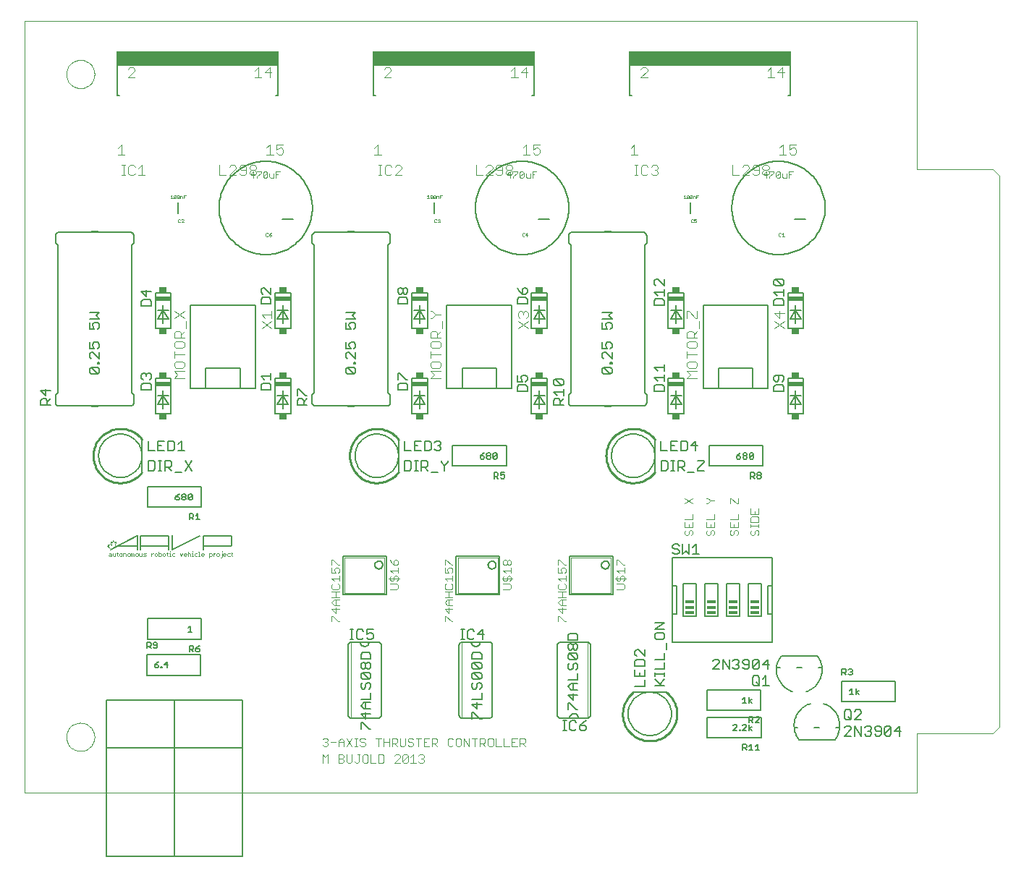
<source format=gto>
G75*
G70*
%OFA0B0*%
%FSLAX24Y24*%
%IPPOS*%
%LPD*%
%AMOC8*
5,1,8,0,0,1.08239X$1,22.5*
%
%ADD10C,0.0000*%
%ADD11C,0.0030*%
%ADD12C,0.0060*%
%ADD13C,0.0040*%
%ADD14R,0.7461X0.0659*%
%ADD15C,0.0080*%
%ADD16R,0.0736X0.0200*%
%ADD17R,0.0335X0.0250*%
%ADD18C,0.0050*%
%ADD19C,0.0100*%
%ADD20R,0.0320X0.0060*%
%ADD21C,0.0010*%
%ADD22C,0.0020*%
%ADD23R,0.0400X0.0150*%
D10*
X000106Y003089D02*
X000106Y038649D01*
X041224Y038649D01*
X041224Y032730D01*
X041224Y032814D02*
X041224Y031814D01*
X044724Y031814D01*
X045024Y031514D01*
X045024Y006114D01*
X044724Y005814D01*
X041224Y005814D01*
X041224Y004814D01*
X041224Y004822D02*
X041224Y003089D01*
X000106Y003089D01*
X002036Y005649D02*
X002038Y005699D01*
X002044Y005749D01*
X002054Y005799D01*
X002067Y005847D01*
X002084Y005895D01*
X002105Y005941D01*
X002129Y005985D01*
X002157Y006027D01*
X002188Y006067D01*
X002222Y006104D01*
X002259Y006139D01*
X002298Y006170D01*
X002339Y006199D01*
X002383Y006224D01*
X002429Y006246D01*
X002476Y006264D01*
X002524Y006278D01*
X002573Y006289D01*
X002623Y006296D01*
X002673Y006299D01*
X002724Y006298D01*
X002774Y006293D01*
X002824Y006284D01*
X002872Y006272D01*
X002920Y006255D01*
X002966Y006235D01*
X003011Y006212D01*
X003054Y006185D01*
X003094Y006155D01*
X003132Y006122D01*
X003167Y006086D01*
X003200Y006047D01*
X003229Y006006D01*
X003255Y005963D01*
X003278Y005918D01*
X003297Y005871D01*
X003312Y005823D01*
X003324Y005774D01*
X003332Y005724D01*
X003336Y005674D01*
X003336Y005624D01*
X003332Y005574D01*
X003324Y005524D01*
X003312Y005475D01*
X003297Y005427D01*
X003278Y005380D01*
X003255Y005335D01*
X003229Y005292D01*
X003200Y005251D01*
X003167Y005212D01*
X003132Y005176D01*
X003094Y005143D01*
X003054Y005113D01*
X003011Y005086D01*
X002966Y005063D01*
X002920Y005043D01*
X002872Y005026D01*
X002824Y005014D01*
X002774Y005005D01*
X002724Y005000D01*
X002673Y004999D01*
X002623Y005002D01*
X002573Y005009D01*
X002524Y005020D01*
X002476Y005034D01*
X002429Y005052D01*
X002383Y005074D01*
X002339Y005099D01*
X002298Y005128D01*
X002259Y005159D01*
X002222Y005194D01*
X002188Y005231D01*
X002157Y005271D01*
X002129Y005313D01*
X002105Y005357D01*
X002084Y005403D01*
X002067Y005451D01*
X002054Y005499D01*
X002044Y005549D01*
X002038Y005599D01*
X002036Y005649D01*
X002036Y036198D02*
X002038Y036248D01*
X002044Y036298D01*
X002054Y036348D01*
X002067Y036396D01*
X002084Y036444D01*
X002105Y036490D01*
X002129Y036534D01*
X002157Y036576D01*
X002188Y036616D01*
X002222Y036653D01*
X002259Y036688D01*
X002298Y036719D01*
X002339Y036748D01*
X002383Y036773D01*
X002429Y036795D01*
X002476Y036813D01*
X002524Y036827D01*
X002573Y036838D01*
X002623Y036845D01*
X002673Y036848D01*
X002724Y036847D01*
X002774Y036842D01*
X002824Y036833D01*
X002872Y036821D01*
X002920Y036804D01*
X002966Y036784D01*
X003011Y036761D01*
X003054Y036734D01*
X003094Y036704D01*
X003132Y036671D01*
X003167Y036635D01*
X003200Y036596D01*
X003229Y036555D01*
X003255Y036512D01*
X003278Y036467D01*
X003297Y036420D01*
X003312Y036372D01*
X003324Y036323D01*
X003332Y036273D01*
X003336Y036223D01*
X003336Y036173D01*
X003332Y036123D01*
X003324Y036073D01*
X003312Y036024D01*
X003297Y035976D01*
X003278Y035929D01*
X003255Y035884D01*
X003229Y035841D01*
X003200Y035800D01*
X003167Y035761D01*
X003132Y035725D01*
X003094Y035692D01*
X003054Y035662D01*
X003011Y035635D01*
X002966Y035612D01*
X002920Y035592D01*
X002872Y035575D01*
X002824Y035563D01*
X002774Y035554D01*
X002724Y035549D01*
X002673Y035548D01*
X002623Y035551D01*
X002573Y035558D01*
X002524Y035569D01*
X002476Y035583D01*
X002429Y035601D01*
X002383Y035623D01*
X002339Y035648D01*
X002298Y035677D01*
X002259Y035708D01*
X002222Y035743D01*
X002188Y035780D01*
X002157Y035820D01*
X002129Y035862D01*
X002105Y035906D01*
X002084Y035952D01*
X002067Y036000D01*
X002054Y036048D01*
X002044Y036098D01*
X002038Y036148D01*
X002036Y036198D01*
D11*
X010512Y031567D02*
X010705Y031567D01*
X010807Y031470D02*
X010807Y031421D01*
X010807Y031470D02*
X011000Y031663D01*
X011000Y031712D01*
X010807Y031712D01*
X010657Y031712D02*
X010512Y031567D01*
X010657Y031421D02*
X010657Y031712D01*
X011101Y031663D02*
X011150Y031712D01*
X011246Y031712D01*
X011295Y031663D01*
X011101Y031470D01*
X011150Y031421D01*
X011246Y031421D01*
X011295Y031470D01*
X011295Y031663D01*
X011396Y031615D02*
X011396Y031470D01*
X011444Y031421D01*
X011589Y031421D01*
X011589Y031615D01*
X011691Y031567D02*
X011787Y031567D01*
X011691Y031712D02*
X011884Y031712D01*
X011691Y031712D02*
X011691Y031421D01*
X011101Y031470D02*
X011101Y031663D01*
X022323Y031567D02*
X022516Y031567D01*
X022618Y031470D02*
X022618Y031421D01*
X022618Y031470D02*
X022811Y031663D01*
X022811Y031712D01*
X022618Y031712D01*
X022468Y031712D02*
X022323Y031567D01*
X022468Y031421D02*
X022468Y031712D01*
X022912Y031663D02*
X022961Y031712D01*
X023057Y031712D01*
X023106Y031663D01*
X022912Y031470D01*
X022961Y031421D01*
X023057Y031421D01*
X023106Y031470D01*
X023106Y031663D01*
X023207Y031615D02*
X023207Y031470D01*
X023255Y031421D01*
X023400Y031421D01*
X023400Y031615D01*
X023502Y031567D02*
X023598Y031567D01*
X023502Y031712D02*
X023695Y031712D01*
X023502Y031712D02*
X023502Y031421D01*
X022912Y031470D02*
X022912Y031663D01*
X034134Y031567D02*
X034327Y031567D01*
X034429Y031470D02*
X034429Y031421D01*
X034429Y031470D02*
X034622Y031663D01*
X034622Y031712D01*
X034429Y031712D01*
X034279Y031712D02*
X034134Y031567D01*
X034279Y031421D02*
X034279Y031712D01*
X034723Y031663D02*
X034772Y031712D01*
X034868Y031712D01*
X034917Y031663D01*
X034723Y031470D01*
X034772Y031421D01*
X034868Y031421D01*
X034917Y031470D01*
X034917Y031663D01*
X035018Y031615D02*
X035018Y031470D01*
X035066Y031421D01*
X035211Y031421D01*
X035211Y031615D01*
X035313Y031567D02*
X035409Y031567D01*
X035313Y031712D02*
X035506Y031712D01*
X035313Y031712D02*
X035313Y031421D01*
X034723Y031470D02*
X034723Y031663D01*
X032971Y016664D02*
X032971Y016417D01*
X032909Y016417D01*
X032663Y016664D01*
X032601Y016664D01*
X032601Y016417D01*
X032971Y015927D02*
X032971Y015680D01*
X032601Y015680D01*
X032601Y015559D02*
X032601Y015312D01*
X032971Y015312D01*
X032971Y015559D01*
X032786Y015435D02*
X032786Y015312D01*
X032848Y015190D02*
X032909Y015190D01*
X032971Y015129D01*
X032971Y015005D01*
X032909Y014944D01*
X032786Y015005D02*
X032786Y015129D01*
X032848Y015190D01*
X032663Y015190D02*
X032601Y015129D01*
X032601Y015005D01*
X032663Y014944D01*
X032724Y014944D01*
X032786Y015005D01*
X033561Y015005D02*
X033623Y014944D01*
X033684Y014944D01*
X033746Y015005D01*
X033746Y015129D01*
X033808Y015190D01*
X033869Y015190D01*
X033931Y015129D01*
X033931Y015005D01*
X033869Y014944D01*
X033561Y015005D02*
X033561Y015129D01*
X033623Y015190D01*
X033561Y015312D02*
X033561Y015435D01*
X033561Y015374D02*
X033931Y015374D01*
X033931Y015435D02*
X033931Y015312D01*
X033931Y015557D02*
X033561Y015557D01*
X033561Y015742D01*
X033623Y015804D01*
X033869Y015804D01*
X033931Y015742D01*
X033931Y015557D01*
X033931Y015926D02*
X033561Y015926D01*
X033561Y016172D01*
X033746Y016049D02*
X033746Y015926D01*
X033931Y015926D02*
X033931Y016172D01*
X031891Y015927D02*
X031891Y015680D01*
X031521Y015680D01*
X031521Y015559D02*
X031521Y015312D01*
X031891Y015312D01*
X031891Y015559D01*
X031706Y015435D02*
X031706Y015312D01*
X031768Y015190D02*
X031829Y015190D01*
X031891Y015129D01*
X031891Y015005D01*
X031829Y014944D01*
X031706Y015005D02*
X031706Y015129D01*
X031768Y015190D01*
X031583Y015190D02*
X031521Y015129D01*
X031521Y015005D01*
X031583Y014944D01*
X031644Y014944D01*
X031706Y015005D01*
X030891Y015005D02*
X030829Y014944D01*
X030891Y015005D02*
X030891Y015129D01*
X030829Y015190D01*
X030768Y015190D01*
X030706Y015129D01*
X030706Y015005D01*
X030644Y014944D01*
X030583Y014944D01*
X030521Y015005D01*
X030521Y015129D01*
X030583Y015190D01*
X030521Y015312D02*
X030891Y015312D01*
X030891Y015559D01*
X030891Y015680D02*
X030891Y015927D01*
X030891Y015680D02*
X030521Y015680D01*
X030521Y015559D02*
X030521Y015312D01*
X030706Y015312D02*
X030706Y015435D01*
X030521Y016417D02*
X030891Y016664D01*
X030891Y016417D02*
X030521Y016664D01*
X031521Y016664D02*
X031583Y016664D01*
X031706Y016540D01*
X031891Y016540D01*
X031706Y016540D02*
X031583Y016417D01*
X031521Y016417D01*
X023111Y005594D02*
X022926Y005594D01*
X022926Y005224D01*
X022805Y005224D02*
X022558Y005224D01*
X022558Y005594D01*
X022805Y005594D01*
X022681Y005409D02*
X022558Y005409D01*
X022436Y005224D02*
X022189Y005224D01*
X022189Y005594D01*
X021821Y005594D02*
X021821Y005224D01*
X022068Y005224D01*
X021700Y005285D02*
X021700Y005532D01*
X021638Y005594D01*
X021514Y005594D01*
X021453Y005532D01*
X021453Y005285D01*
X021514Y005224D01*
X021638Y005224D01*
X021700Y005285D01*
X021331Y005224D02*
X021208Y005347D01*
X021270Y005347D02*
X021084Y005347D01*
X021084Y005224D02*
X021084Y005594D01*
X021270Y005594D01*
X021331Y005532D01*
X021331Y005409D01*
X021270Y005347D01*
X020963Y005594D02*
X020716Y005594D01*
X020595Y005594D02*
X020595Y005224D01*
X020348Y005594D01*
X020348Y005224D01*
X020226Y005285D02*
X020226Y005532D01*
X020165Y005594D01*
X020041Y005594D01*
X019980Y005532D01*
X019980Y005285D01*
X020041Y005224D01*
X020165Y005224D01*
X020226Y005285D01*
X019858Y005285D02*
X019796Y005224D01*
X019673Y005224D01*
X019611Y005285D01*
X019611Y005532D01*
X019673Y005594D01*
X019796Y005594D01*
X019858Y005532D01*
X019121Y005532D02*
X019121Y005409D01*
X019060Y005347D01*
X018875Y005347D01*
X018998Y005347D02*
X019121Y005224D01*
X018875Y005224D02*
X018875Y005594D01*
X019060Y005594D01*
X019121Y005532D01*
X018753Y005594D02*
X018506Y005594D01*
X018506Y005224D01*
X018753Y005224D01*
X018630Y005409D02*
X018506Y005409D01*
X018385Y005594D02*
X018138Y005594D01*
X018261Y005594D02*
X018261Y005224D01*
X018017Y005285D02*
X017955Y005224D01*
X017831Y005224D01*
X017770Y005285D01*
X017648Y005285D02*
X017648Y005594D01*
X017770Y005532D02*
X017770Y005470D01*
X017831Y005409D01*
X017955Y005409D01*
X018017Y005347D01*
X018017Y005285D01*
X018017Y005532D02*
X017955Y005594D01*
X017831Y005594D01*
X017770Y005532D01*
X017648Y005285D02*
X017587Y005224D01*
X017463Y005224D01*
X017401Y005285D01*
X017401Y005594D01*
X017280Y005532D02*
X017280Y005409D01*
X017218Y005347D01*
X017033Y005347D01*
X017033Y005224D02*
X017033Y005594D01*
X017218Y005594D01*
X017280Y005532D01*
X017157Y005347D02*
X017280Y005224D01*
X016912Y005224D02*
X016912Y005594D01*
X016912Y005409D02*
X016665Y005409D01*
X016665Y005224D02*
X016665Y005594D01*
X016543Y005594D02*
X016296Y005594D01*
X016420Y005594D02*
X016420Y005224D01*
X016419Y004834D02*
X016604Y004834D01*
X016666Y004772D01*
X016666Y004525D01*
X016604Y004464D01*
X016419Y004464D01*
X016419Y004834D01*
X016051Y004834D02*
X016051Y004464D01*
X016298Y004464D01*
X015930Y004525D02*
X015930Y004772D01*
X015868Y004834D01*
X015744Y004834D01*
X015683Y004772D01*
X015683Y004525D01*
X015744Y004464D01*
X015868Y004464D01*
X015930Y004525D01*
X015500Y004525D02*
X015500Y004834D01*
X015561Y004834D02*
X015438Y004834D01*
X015193Y004834D02*
X015193Y004525D01*
X015131Y004464D01*
X015008Y004464D01*
X014946Y004525D01*
X014946Y004834D01*
X014825Y004772D02*
X014825Y004710D01*
X014763Y004649D01*
X014578Y004649D01*
X014578Y004464D02*
X014578Y004834D01*
X014763Y004834D01*
X014825Y004772D01*
X014763Y004649D02*
X014825Y004587D01*
X014825Y004525D01*
X014763Y004464D01*
X014578Y004464D01*
X014088Y004464D02*
X014088Y004834D01*
X013965Y004710D01*
X013841Y004834D01*
X013841Y004464D01*
X013903Y005224D02*
X013841Y005285D01*
X013903Y005224D02*
X014026Y005224D01*
X014088Y005285D01*
X014088Y005347D01*
X014026Y005409D01*
X013965Y005409D01*
X014026Y005409D02*
X014088Y005470D01*
X014088Y005532D01*
X014026Y005594D01*
X013903Y005594D01*
X013841Y005532D01*
X014209Y005409D02*
X014456Y005409D01*
X014578Y005409D02*
X014825Y005409D01*
X014825Y005470D02*
X014825Y005224D01*
X014946Y005224D02*
X015193Y005594D01*
X015314Y005594D02*
X015438Y005594D01*
X015376Y005594D02*
X015376Y005224D01*
X015314Y005224D02*
X015438Y005224D01*
X015560Y005285D02*
X015622Y005224D01*
X015745Y005224D01*
X015807Y005285D01*
X015807Y005347D01*
X015745Y005409D01*
X015622Y005409D01*
X015560Y005470D01*
X015560Y005532D01*
X015622Y005594D01*
X015745Y005594D01*
X015807Y005532D01*
X015193Y005224D02*
X014946Y005594D01*
X014825Y005470D02*
X014701Y005594D01*
X014578Y005470D01*
X014578Y005224D01*
X015314Y004525D02*
X015376Y004464D01*
X015438Y004464D01*
X015500Y004525D01*
X017156Y004464D02*
X017403Y004710D01*
X017403Y004772D01*
X017341Y004834D01*
X017218Y004834D01*
X017156Y004772D01*
X017156Y004464D02*
X017403Y004464D01*
X017524Y004525D02*
X017771Y004772D01*
X017771Y004525D01*
X017709Y004464D01*
X017586Y004464D01*
X017524Y004525D01*
X017524Y004772D01*
X017586Y004834D01*
X017709Y004834D01*
X017771Y004772D01*
X017893Y004710D02*
X018016Y004834D01*
X018016Y004464D01*
X017893Y004464D02*
X018139Y004464D01*
X018261Y004525D02*
X018323Y004464D01*
X018446Y004464D01*
X018508Y004525D01*
X018508Y004587D01*
X018446Y004649D01*
X018384Y004649D01*
X018446Y004649D02*
X018508Y004710D01*
X018508Y004772D01*
X018446Y004834D01*
X018323Y004834D01*
X018261Y004772D01*
X020840Y005224D02*
X020840Y005594D01*
X022926Y005347D02*
X023111Y005347D01*
X023173Y005409D01*
X023173Y005532D01*
X023111Y005594D01*
X023049Y005347D02*
X023173Y005224D01*
D12*
X024803Y006524D02*
X025223Y006524D01*
X025623Y006524D01*
X026043Y006524D01*
X026066Y006526D01*
X026089Y006531D01*
X026111Y006540D01*
X026131Y006553D01*
X026149Y006568D01*
X026164Y006586D01*
X026177Y006606D01*
X026186Y006628D01*
X026191Y006651D01*
X026193Y006674D01*
X026193Y009874D01*
X026191Y009897D01*
X026186Y009920D01*
X026177Y009942D01*
X026164Y009962D01*
X026149Y009980D01*
X026131Y009995D01*
X026111Y010008D01*
X026089Y010017D01*
X026066Y010022D01*
X026043Y010024D01*
X024803Y010024D01*
X024780Y010022D01*
X024757Y010017D01*
X024735Y010008D01*
X024715Y009995D01*
X024697Y009980D01*
X024682Y009962D01*
X024669Y009942D01*
X024660Y009920D01*
X024655Y009897D01*
X024653Y009874D01*
X024653Y006674D01*
X024655Y006651D01*
X024660Y006628D01*
X024669Y006606D01*
X024682Y006586D01*
X024697Y006568D01*
X024715Y006553D01*
X024735Y006540D01*
X024757Y006531D01*
X024780Y006526D01*
X024803Y006524D01*
X025223Y006524D02*
X025225Y006551D01*
X025230Y006578D01*
X025240Y006604D01*
X025252Y006628D01*
X025268Y006650D01*
X025286Y006670D01*
X025308Y006687D01*
X025331Y006702D01*
X025356Y006712D01*
X025382Y006720D01*
X025409Y006724D01*
X025437Y006724D01*
X025464Y006720D01*
X025490Y006712D01*
X025515Y006702D01*
X025538Y006687D01*
X025560Y006670D01*
X025578Y006650D01*
X025594Y006628D01*
X025606Y006604D01*
X025616Y006578D01*
X025621Y006551D01*
X025623Y006524D01*
X027911Y006715D02*
X027913Y006778D01*
X027919Y006840D01*
X027929Y006902D01*
X027942Y006964D01*
X027960Y007024D01*
X027981Y007083D01*
X028006Y007141D01*
X028035Y007197D01*
X028067Y007251D01*
X028102Y007303D01*
X028140Y007352D01*
X028182Y007400D01*
X028226Y007444D01*
X028274Y007486D01*
X028323Y007524D01*
X028375Y007559D01*
X028429Y007591D01*
X028485Y007620D01*
X028543Y007645D01*
X028602Y007666D01*
X028662Y007684D01*
X028724Y007697D01*
X028786Y007707D01*
X028848Y007713D01*
X028911Y007715D01*
X028974Y007713D01*
X029036Y007707D01*
X029098Y007697D01*
X029160Y007684D01*
X029220Y007666D01*
X029279Y007645D01*
X029337Y007620D01*
X029393Y007591D01*
X029447Y007559D01*
X029499Y007524D01*
X029548Y007486D01*
X029596Y007444D01*
X029640Y007400D01*
X029682Y007352D01*
X029720Y007303D01*
X029755Y007251D01*
X029787Y007197D01*
X029816Y007141D01*
X029841Y007083D01*
X029862Y007024D01*
X029880Y006964D01*
X029893Y006902D01*
X029903Y006840D01*
X029909Y006778D01*
X029911Y006715D01*
X029909Y006652D01*
X029903Y006590D01*
X029893Y006528D01*
X029880Y006466D01*
X029862Y006406D01*
X029841Y006347D01*
X029816Y006289D01*
X029787Y006233D01*
X029755Y006179D01*
X029720Y006127D01*
X029682Y006078D01*
X029640Y006030D01*
X029596Y005986D01*
X029548Y005944D01*
X029499Y005906D01*
X029447Y005871D01*
X029393Y005839D01*
X029337Y005810D01*
X029279Y005785D01*
X029220Y005764D01*
X029160Y005746D01*
X029098Y005733D01*
X029036Y005723D01*
X028974Y005717D01*
X028911Y005715D01*
X028848Y005717D01*
X028786Y005723D01*
X028724Y005733D01*
X028662Y005746D01*
X028602Y005764D01*
X028543Y005785D01*
X028485Y005810D01*
X028429Y005839D01*
X028375Y005871D01*
X028323Y005906D01*
X028274Y005944D01*
X028226Y005986D01*
X028182Y006030D01*
X028140Y006078D01*
X028102Y006127D01*
X028067Y006179D01*
X028035Y006233D01*
X028006Y006289D01*
X027981Y006347D01*
X027960Y006406D01*
X027942Y006466D01*
X027929Y006528D01*
X027919Y006590D01*
X027913Y006652D01*
X027911Y006715D01*
X029941Y010006D02*
X029941Y011306D01*
X029941Y012606D01*
X030141Y012606D01*
X030141Y011306D01*
X029941Y011306D01*
X030441Y011206D02*
X031041Y011206D01*
X031041Y012706D01*
X030441Y012706D01*
X030441Y011206D01*
X031441Y011206D02*
X032041Y011206D01*
X032041Y012706D01*
X031441Y012706D01*
X031441Y011206D01*
X032441Y011206D02*
X033041Y011206D01*
X033041Y012706D01*
X032441Y012706D01*
X032441Y011206D01*
X033441Y011206D02*
X034041Y011206D01*
X034041Y012706D01*
X033441Y012706D01*
X033441Y011206D01*
X034341Y011306D02*
X034541Y011306D01*
X034541Y012606D01*
X034541Y013906D01*
X029941Y013906D01*
X029941Y012606D01*
X027213Y012199D02*
X027213Y013996D01*
X025209Y013996D01*
X025209Y012199D01*
X027213Y012199D01*
X026683Y013577D02*
X026685Y013603D01*
X026691Y013629D01*
X026700Y013653D01*
X026713Y013676D01*
X026729Y013697D01*
X026748Y013715D01*
X026769Y013731D01*
X026793Y013743D01*
X026817Y013751D01*
X026843Y013756D01*
X026870Y013757D01*
X026896Y013754D01*
X026921Y013747D01*
X026945Y013737D01*
X026968Y013723D01*
X026988Y013707D01*
X027005Y013687D01*
X027020Y013665D01*
X027031Y013641D01*
X027039Y013616D01*
X027043Y013590D01*
X027043Y013564D01*
X027039Y013538D01*
X027031Y013513D01*
X027020Y013489D01*
X027005Y013467D01*
X026988Y013447D01*
X026968Y013431D01*
X026945Y013417D01*
X026921Y013407D01*
X026896Y013400D01*
X026870Y013397D01*
X026843Y013398D01*
X026817Y013403D01*
X026793Y013411D01*
X026769Y013423D01*
X026748Y013439D01*
X026729Y013457D01*
X026713Y013478D01*
X026700Y013501D01*
X026691Y013525D01*
X026685Y013551D01*
X026683Y013577D01*
X021996Y013996D02*
X021996Y012199D01*
X019992Y012199D01*
X019992Y013996D01*
X021996Y013996D01*
X021466Y013577D02*
X021468Y013603D01*
X021474Y013629D01*
X021483Y013653D01*
X021496Y013676D01*
X021512Y013697D01*
X021531Y013715D01*
X021552Y013731D01*
X021576Y013743D01*
X021600Y013751D01*
X021626Y013756D01*
X021653Y013757D01*
X021679Y013754D01*
X021704Y013747D01*
X021728Y013737D01*
X021751Y013723D01*
X021771Y013707D01*
X021788Y013687D01*
X021803Y013665D01*
X021814Y013641D01*
X021822Y013616D01*
X021826Y013590D01*
X021826Y013564D01*
X021822Y013538D01*
X021814Y013513D01*
X021803Y013489D01*
X021788Y013467D01*
X021771Y013447D01*
X021751Y013431D01*
X021728Y013417D01*
X021704Y013407D01*
X021679Y013400D01*
X021653Y013397D01*
X021626Y013398D01*
X021600Y013403D01*
X021576Y013411D01*
X021552Y013423D01*
X021531Y013439D01*
X021512Y013457D01*
X021496Y013478D01*
X021483Y013501D01*
X021474Y013525D01*
X021468Y013551D01*
X021466Y013577D01*
X021516Y010024D02*
X021096Y010024D01*
X020696Y010024D01*
X020276Y010024D01*
X020253Y010022D01*
X020230Y010017D01*
X020208Y010008D01*
X020188Y009995D01*
X020170Y009980D01*
X020155Y009962D01*
X020142Y009942D01*
X020133Y009920D01*
X020128Y009897D01*
X020126Y009874D01*
X020126Y006674D01*
X020128Y006651D01*
X020133Y006628D01*
X020142Y006606D01*
X020155Y006586D01*
X020170Y006568D01*
X020188Y006553D01*
X020208Y006540D01*
X020230Y006531D01*
X020253Y006526D01*
X020276Y006524D01*
X021516Y006524D01*
X021539Y006526D01*
X021562Y006531D01*
X021584Y006540D01*
X021604Y006553D01*
X021622Y006568D01*
X021637Y006586D01*
X021650Y006606D01*
X021659Y006628D01*
X021664Y006651D01*
X021666Y006674D01*
X021666Y009874D01*
X021664Y009897D01*
X021659Y009920D01*
X021650Y009942D01*
X021637Y009962D01*
X021622Y009980D01*
X021604Y009995D01*
X021584Y010008D01*
X021562Y010017D01*
X021539Y010022D01*
X021516Y010024D01*
X021096Y010024D02*
X021094Y009997D01*
X021089Y009970D01*
X021079Y009944D01*
X021067Y009920D01*
X021051Y009898D01*
X021033Y009878D01*
X021011Y009861D01*
X020988Y009846D01*
X020963Y009836D01*
X020937Y009828D01*
X020910Y009824D01*
X020882Y009824D01*
X020855Y009828D01*
X020829Y009836D01*
X020804Y009846D01*
X020781Y009861D01*
X020759Y009878D01*
X020741Y009898D01*
X020725Y009920D01*
X020713Y009944D01*
X020703Y009970D01*
X020698Y009997D01*
X020696Y010024D01*
X016548Y009874D02*
X016548Y006674D01*
X016546Y006651D01*
X016541Y006628D01*
X016532Y006606D01*
X016519Y006586D01*
X016504Y006568D01*
X016486Y006553D01*
X016466Y006540D01*
X016444Y006531D01*
X016421Y006526D01*
X016398Y006524D01*
X015158Y006524D01*
X015135Y006526D01*
X015112Y006531D01*
X015090Y006540D01*
X015070Y006553D01*
X015052Y006568D01*
X015037Y006586D01*
X015024Y006606D01*
X015015Y006628D01*
X015010Y006651D01*
X015008Y006674D01*
X015008Y009874D01*
X015010Y009897D01*
X015015Y009920D01*
X015024Y009942D01*
X015037Y009962D01*
X015052Y009980D01*
X015070Y009995D01*
X015090Y010008D01*
X015112Y010017D01*
X015135Y010022D01*
X015158Y010024D01*
X015578Y010024D01*
X015978Y010024D01*
X016398Y010024D01*
X016421Y010022D01*
X016444Y010017D01*
X016466Y010008D01*
X016486Y009995D01*
X016504Y009980D01*
X016519Y009962D01*
X016532Y009942D01*
X016541Y009920D01*
X016546Y009897D01*
X016548Y009874D01*
X015978Y010024D02*
X015976Y009997D01*
X015971Y009970D01*
X015961Y009944D01*
X015949Y009920D01*
X015933Y009898D01*
X015915Y009878D01*
X015893Y009861D01*
X015870Y009846D01*
X015845Y009836D01*
X015819Y009828D01*
X015792Y009824D01*
X015764Y009824D01*
X015737Y009828D01*
X015711Y009836D01*
X015686Y009846D01*
X015663Y009861D01*
X015641Y009878D01*
X015623Y009898D01*
X015607Y009920D01*
X015595Y009944D01*
X015585Y009970D01*
X015580Y009997D01*
X015578Y010024D01*
X014776Y012199D02*
X016779Y012199D01*
X016779Y013996D01*
X014776Y013996D01*
X014776Y012199D01*
X016249Y013577D02*
X016251Y013603D01*
X016257Y013629D01*
X016266Y013653D01*
X016279Y013676D01*
X016295Y013697D01*
X016314Y013715D01*
X016335Y013731D01*
X016359Y013743D01*
X016383Y013751D01*
X016409Y013756D01*
X016436Y013757D01*
X016462Y013754D01*
X016487Y013747D01*
X016511Y013737D01*
X016534Y013723D01*
X016554Y013707D01*
X016571Y013687D01*
X016586Y013665D01*
X016597Y013641D01*
X016605Y013616D01*
X016609Y013590D01*
X016609Y013564D01*
X016605Y013538D01*
X016597Y013513D01*
X016586Y013489D01*
X016571Y013467D01*
X016554Y013447D01*
X016534Y013431D01*
X016511Y013417D01*
X016487Y013407D01*
X016462Y013400D01*
X016436Y013397D01*
X016409Y013398D01*
X016383Y013403D01*
X016359Y013411D01*
X016335Y013423D01*
X016314Y013439D01*
X016295Y013457D01*
X016279Y013478D01*
X016266Y013501D01*
X016257Y013525D01*
X016251Y013551D01*
X016249Y013577D01*
X015338Y018609D02*
X015340Y018672D01*
X015346Y018734D01*
X015356Y018796D01*
X015369Y018858D01*
X015387Y018918D01*
X015408Y018977D01*
X015433Y019035D01*
X015462Y019091D01*
X015494Y019145D01*
X015529Y019197D01*
X015567Y019246D01*
X015609Y019294D01*
X015653Y019338D01*
X015701Y019380D01*
X015750Y019418D01*
X015802Y019453D01*
X015856Y019485D01*
X015912Y019514D01*
X015970Y019539D01*
X016029Y019560D01*
X016089Y019578D01*
X016151Y019591D01*
X016213Y019601D01*
X016275Y019607D01*
X016338Y019609D01*
X016401Y019607D01*
X016463Y019601D01*
X016525Y019591D01*
X016587Y019578D01*
X016647Y019560D01*
X016706Y019539D01*
X016764Y019514D01*
X016820Y019485D01*
X016874Y019453D01*
X016926Y019418D01*
X016975Y019380D01*
X017023Y019338D01*
X017067Y019294D01*
X017109Y019246D01*
X017147Y019197D01*
X017182Y019145D01*
X017214Y019091D01*
X017243Y019035D01*
X017268Y018977D01*
X017289Y018918D01*
X017307Y018858D01*
X017320Y018796D01*
X017330Y018734D01*
X017336Y018672D01*
X017338Y018609D01*
X017336Y018546D01*
X017330Y018484D01*
X017320Y018422D01*
X017307Y018360D01*
X017289Y018300D01*
X017268Y018241D01*
X017243Y018183D01*
X017214Y018127D01*
X017182Y018073D01*
X017147Y018021D01*
X017109Y017972D01*
X017067Y017924D01*
X017023Y017880D01*
X016975Y017838D01*
X016926Y017800D01*
X016874Y017765D01*
X016820Y017733D01*
X016764Y017704D01*
X016706Y017679D01*
X016647Y017658D01*
X016587Y017640D01*
X016525Y017627D01*
X016463Y017617D01*
X016401Y017611D01*
X016338Y017609D01*
X016275Y017611D01*
X016213Y017617D01*
X016151Y017627D01*
X016089Y017640D01*
X016029Y017658D01*
X015970Y017679D01*
X015912Y017704D01*
X015856Y017733D01*
X015802Y017765D01*
X015750Y017800D01*
X015701Y017838D01*
X015653Y017880D01*
X015609Y017924D01*
X015567Y017972D01*
X015529Y018021D01*
X015494Y018073D01*
X015462Y018127D01*
X015433Y018183D01*
X015408Y018241D01*
X015387Y018300D01*
X015369Y018360D01*
X015356Y018422D01*
X015346Y018484D01*
X015340Y018546D01*
X015338Y018609D01*
X016807Y020908D02*
X013507Y020908D01*
X013484Y020910D01*
X013461Y020915D01*
X013439Y020924D01*
X013419Y020937D01*
X013401Y020952D01*
X013386Y020970D01*
X013373Y020990D01*
X013364Y021012D01*
X013359Y021035D01*
X013357Y021058D01*
X013357Y021408D01*
X013457Y021508D01*
X013457Y028308D01*
X013357Y028408D01*
X013357Y028758D01*
X013359Y028781D01*
X013364Y028804D01*
X013373Y028826D01*
X013386Y028846D01*
X013401Y028864D01*
X013419Y028879D01*
X013439Y028892D01*
X013461Y028901D01*
X013484Y028906D01*
X013507Y028908D01*
X016807Y028908D01*
X016830Y028906D01*
X016853Y028901D01*
X016875Y028892D01*
X016895Y028879D01*
X016913Y028864D01*
X016928Y028846D01*
X016941Y028826D01*
X016950Y028804D01*
X016955Y028781D01*
X016957Y028758D01*
X016957Y028408D01*
X016857Y028308D01*
X016857Y021508D01*
X016957Y021408D01*
X016957Y021058D01*
X016955Y021035D01*
X016950Y021012D01*
X016941Y020990D01*
X016928Y020970D01*
X016913Y020952D01*
X016895Y020937D01*
X016875Y020924D01*
X016853Y020915D01*
X016830Y020910D01*
X016807Y020908D01*
X017945Y020545D02*
X018669Y020545D01*
X018669Y022185D01*
X017945Y022185D01*
X017945Y020545D01*
X018307Y020765D02*
X018307Y021365D01*
X018057Y021365D01*
X018307Y021365D02*
X018557Y021365D01*
X018307Y021365D02*
X018057Y020965D01*
X018557Y020965D01*
X018307Y021365D01*
X018307Y021615D01*
X017945Y024482D02*
X018669Y024482D01*
X018669Y026122D01*
X017945Y026122D01*
X017945Y024482D01*
X018307Y024702D02*
X018307Y025302D01*
X018057Y025302D01*
X018307Y025302D02*
X018557Y025302D01*
X018307Y025302D02*
X018057Y024902D01*
X018557Y024902D01*
X018307Y025302D01*
X018307Y025552D01*
X023456Y026122D02*
X023456Y024482D01*
X024181Y024482D01*
X024181Y026122D01*
X023456Y026122D01*
X023819Y025552D02*
X023819Y025302D01*
X023569Y025302D01*
X023819Y025302D02*
X024069Y025302D01*
X023819Y025302D02*
X023569Y024902D01*
X024069Y024902D01*
X023819Y025302D01*
X023819Y024702D01*
X024181Y022185D02*
X023456Y022185D01*
X023456Y020545D01*
X024181Y020545D01*
X024181Y022185D01*
X023819Y021615D02*
X023819Y021365D01*
X023569Y021365D01*
X023819Y021365D02*
X024069Y021365D01*
X023819Y021365D02*
X023569Y020965D01*
X024069Y020965D01*
X023819Y021365D01*
X023819Y020765D01*
X025168Y021058D02*
X025168Y021408D01*
X025268Y021508D01*
X025268Y028308D01*
X025168Y028408D01*
X025168Y028758D01*
X025170Y028781D01*
X025175Y028804D01*
X025184Y028826D01*
X025197Y028846D01*
X025212Y028864D01*
X025230Y028879D01*
X025250Y028892D01*
X025272Y028901D01*
X025295Y028906D01*
X025318Y028908D01*
X028618Y028908D01*
X028641Y028906D01*
X028664Y028901D01*
X028686Y028892D01*
X028706Y028879D01*
X028724Y028864D01*
X028739Y028846D01*
X028752Y028826D01*
X028761Y028804D01*
X028766Y028781D01*
X028768Y028758D01*
X028768Y028408D01*
X028668Y028308D01*
X028668Y021508D01*
X028768Y021408D01*
X028768Y021058D01*
X028766Y021035D01*
X028761Y021012D01*
X028752Y020990D01*
X028739Y020970D01*
X028724Y020952D01*
X028706Y020937D01*
X028686Y020924D01*
X028664Y020915D01*
X028641Y020910D01*
X028618Y020908D01*
X025318Y020908D01*
X025295Y020910D01*
X025272Y020915D01*
X025250Y020924D01*
X025230Y020937D01*
X025212Y020952D01*
X025197Y020970D01*
X025184Y020990D01*
X025175Y021012D01*
X025170Y021035D01*
X025168Y021058D01*
X027149Y018609D02*
X027151Y018672D01*
X027157Y018734D01*
X027167Y018796D01*
X027180Y018858D01*
X027198Y018918D01*
X027219Y018977D01*
X027244Y019035D01*
X027273Y019091D01*
X027305Y019145D01*
X027340Y019197D01*
X027378Y019246D01*
X027420Y019294D01*
X027464Y019338D01*
X027512Y019380D01*
X027561Y019418D01*
X027613Y019453D01*
X027667Y019485D01*
X027723Y019514D01*
X027781Y019539D01*
X027840Y019560D01*
X027900Y019578D01*
X027962Y019591D01*
X028024Y019601D01*
X028086Y019607D01*
X028149Y019609D01*
X028212Y019607D01*
X028274Y019601D01*
X028336Y019591D01*
X028398Y019578D01*
X028458Y019560D01*
X028517Y019539D01*
X028575Y019514D01*
X028631Y019485D01*
X028685Y019453D01*
X028737Y019418D01*
X028786Y019380D01*
X028834Y019338D01*
X028878Y019294D01*
X028920Y019246D01*
X028958Y019197D01*
X028993Y019145D01*
X029025Y019091D01*
X029054Y019035D01*
X029079Y018977D01*
X029100Y018918D01*
X029118Y018858D01*
X029131Y018796D01*
X029141Y018734D01*
X029147Y018672D01*
X029149Y018609D01*
X029147Y018546D01*
X029141Y018484D01*
X029131Y018422D01*
X029118Y018360D01*
X029100Y018300D01*
X029079Y018241D01*
X029054Y018183D01*
X029025Y018127D01*
X028993Y018073D01*
X028958Y018021D01*
X028920Y017972D01*
X028878Y017924D01*
X028834Y017880D01*
X028786Y017838D01*
X028737Y017800D01*
X028685Y017765D01*
X028631Y017733D01*
X028575Y017704D01*
X028517Y017679D01*
X028458Y017658D01*
X028398Y017640D01*
X028336Y017627D01*
X028274Y017617D01*
X028212Y017611D01*
X028149Y017609D01*
X028086Y017611D01*
X028024Y017617D01*
X027962Y017627D01*
X027900Y017640D01*
X027840Y017658D01*
X027781Y017679D01*
X027723Y017704D01*
X027667Y017733D01*
X027613Y017765D01*
X027561Y017800D01*
X027512Y017838D01*
X027464Y017880D01*
X027420Y017924D01*
X027378Y017972D01*
X027340Y018021D01*
X027305Y018073D01*
X027273Y018127D01*
X027244Y018183D01*
X027219Y018241D01*
X027198Y018300D01*
X027180Y018360D01*
X027167Y018422D01*
X027157Y018484D01*
X027151Y018546D01*
X027149Y018609D01*
X029756Y020545D02*
X030480Y020545D01*
X030480Y022185D01*
X029756Y022185D01*
X029756Y020545D01*
X030118Y020765D02*
X030118Y021365D01*
X029868Y021365D01*
X030118Y021365D02*
X029868Y020965D01*
X030368Y020965D01*
X030118Y021365D01*
X030368Y021365D01*
X030118Y021365D02*
X030118Y021615D01*
X029756Y024482D02*
X030480Y024482D01*
X030480Y026122D01*
X029756Y026122D01*
X029756Y024482D01*
X030118Y024702D02*
X030118Y025302D01*
X029868Y025302D01*
X030118Y025302D02*
X029868Y024902D01*
X030368Y024902D01*
X030118Y025302D01*
X030368Y025302D01*
X030118Y025302D02*
X030118Y025552D01*
X035267Y026122D02*
X035267Y024482D01*
X035992Y024482D01*
X035992Y026122D01*
X035267Y026122D01*
X035630Y025552D02*
X035630Y025302D01*
X035380Y025302D01*
X035630Y025302D02*
X035880Y025302D01*
X035630Y025302D02*
X035380Y024902D01*
X035880Y024902D01*
X035630Y025302D01*
X035630Y024702D01*
X035992Y022185D02*
X035267Y022185D01*
X035267Y020545D01*
X035992Y020545D01*
X035992Y022185D01*
X035630Y021615D02*
X035630Y021365D01*
X035380Y021365D01*
X035630Y021365D02*
X035880Y021365D01*
X035630Y021365D02*
X035380Y020965D01*
X035880Y020965D01*
X035630Y021365D01*
X035630Y020765D01*
X034541Y012606D02*
X034341Y012606D01*
X034341Y011306D01*
X034541Y011306D02*
X034541Y010006D01*
X029941Y010006D01*
X012370Y020545D02*
X012370Y022185D01*
X011645Y022185D01*
X011645Y020545D01*
X012370Y020545D01*
X012008Y020765D02*
X012008Y021365D01*
X011758Y021365D01*
X012008Y021365D02*
X011758Y020965D01*
X012258Y020965D01*
X012008Y021365D01*
X012258Y021365D01*
X012008Y021365D02*
X012008Y021615D01*
X011645Y024482D02*
X012370Y024482D01*
X012370Y026122D01*
X011645Y026122D01*
X011645Y024482D01*
X012008Y024702D02*
X012008Y025302D01*
X011758Y025302D01*
X012008Y025302D02*
X011758Y024902D01*
X012258Y024902D01*
X012008Y025302D01*
X012258Y025302D01*
X012008Y025302D02*
X012008Y025552D01*
X006858Y026122D02*
X006858Y024482D01*
X006134Y024482D01*
X006134Y026122D01*
X006858Y026122D01*
X006496Y025552D02*
X006496Y025302D01*
X006246Y025302D01*
X006496Y025302D02*
X006746Y025302D01*
X006496Y025302D02*
X006246Y024902D01*
X006746Y024902D01*
X006496Y025302D01*
X006496Y024702D01*
X006858Y022185D02*
X006134Y022185D01*
X006134Y020545D01*
X006858Y020545D01*
X006858Y022185D01*
X006496Y021615D02*
X006496Y021365D01*
X006246Y021365D01*
X006496Y021365D02*
X006746Y021365D01*
X006496Y021365D02*
X006246Y020965D01*
X006746Y020965D01*
X006496Y021365D01*
X006496Y020765D01*
X005146Y021058D02*
X005146Y021408D01*
X005046Y021508D01*
X005046Y028308D01*
X005146Y028408D01*
X005146Y028758D01*
X005144Y028781D01*
X005139Y028804D01*
X005130Y028826D01*
X005117Y028846D01*
X005102Y028864D01*
X005084Y028879D01*
X005064Y028892D01*
X005042Y028901D01*
X005019Y028906D01*
X004996Y028908D01*
X001696Y028908D01*
X001673Y028906D01*
X001650Y028901D01*
X001628Y028892D01*
X001608Y028879D01*
X001590Y028864D01*
X001575Y028846D01*
X001562Y028826D01*
X001553Y028804D01*
X001548Y028781D01*
X001546Y028758D01*
X001546Y028408D01*
X001646Y028308D01*
X001646Y021508D01*
X001546Y021408D01*
X001546Y021058D01*
X001548Y021035D01*
X001553Y021012D01*
X001562Y020990D01*
X001575Y020970D01*
X001590Y020952D01*
X001608Y020937D01*
X001628Y020924D01*
X001650Y020915D01*
X001673Y020910D01*
X001696Y020908D01*
X004996Y020908D01*
X005019Y020910D01*
X005042Y020915D01*
X005064Y020924D01*
X005084Y020937D01*
X005102Y020952D01*
X005117Y020970D01*
X005130Y020990D01*
X005139Y021012D01*
X005144Y021035D01*
X005146Y021058D01*
X003527Y018609D02*
X003529Y018672D01*
X003535Y018734D01*
X003545Y018796D01*
X003558Y018858D01*
X003576Y018918D01*
X003597Y018977D01*
X003622Y019035D01*
X003651Y019091D01*
X003683Y019145D01*
X003718Y019197D01*
X003756Y019246D01*
X003798Y019294D01*
X003842Y019338D01*
X003890Y019380D01*
X003939Y019418D01*
X003991Y019453D01*
X004045Y019485D01*
X004101Y019514D01*
X004159Y019539D01*
X004218Y019560D01*
X004278Y019578D01*
X004340Y019591D01*
X004402Y019601D01*
X004464Y019607D01*
X004527Y019609D01*
X004590Y019607D01*
X004652Y019601D01*
X004714Y019591D01*
X004776Y019578D01*
X004836Y019560D01*
X004895Y019539D01*
X004953Y019514D01*
X005009Y019485D01*
X005063Y019453D01*
X005115Y019418D01*
X005164Y019380D01*
X005212Y019338D01*
X005256Y019294D01*
X005298Y019246D01*
X005336Y019197D01*
X005371Y019145D01*
X005403Y019091D01*
X005432Y019035D01*
X005457Y018977D01*
X005478Y018918D01*
X005496Y018858D01*
X005509Y018796D01*
X005519Y018734D01*
X005525Y018672D01*
X005527Y018609D01*
X005525Y018546D01*
X005519Y018484D01*
X005509Y018422D01*
X005496Y018360D01*
X005478Y018300D01*
X005457Y018241D01*
X005432Y018183D01*
X005403Y018127D01*
X005371Y018073D01*
X005336Y018021D01*
X005298Y017972D01*
X005256Y017924D01*
X005212Y017880D01*
X005164Y017838D01*
X005115Y017800D01*
X005063Y017765D01*
X005009Y017733D01*
X004953Y017704D01*
X004895Y017679D01*
X004836Y017658D01*
X004776Y017640D01*
X004714Y017627D01*
X004652Y017617D01*
X004590Y017611D01*
X004527Y017609D01*
X004464Y017611D01*
X004402Y017617D01*
X004340Y017627D01*
X004278Y017640D01*
X004218Y017658D01*
X004159Y017679D01*
X004101Y017704D01*
X004045Y017733D01*
X003991Y017765D01*
X003939Y017800D01*
X003890Y017838D01*
X003842Y017880D01*
X003798Y017924D01*
X003756Y017972D01*
X003718Y018021D01*
X003683Y018073D01*
X003651Y018127D01*
X003622Y018183D01*
X003597Y018241D01*
X003576Y018300D01*
X003558Y018360D01*
X003545Y018422D01*
X003535Y018484D01*
X003529Y018546D01*
X003527Y018609D01*
X004371Y035223D02*
X004371Y036623D01*
X004371Y035223D02*
X004471Y035223D01*
X011671Y035223D02*
X011771Y035223D01*
X011771Y036623D01*
X016182Y036623D02*
X016182Y035223D01*
X016282Y035223D01*
X023482Y035223D02*
X023582Y035223D01*
X023582Y036623D01*
X027993Y036623D02*
X027993Y035223D01*
X028093Y035223D01*
X035293Y035223D02*
X035393Y035223D01*
X035393Y036623D01*
D13*
X035029Y036503D02*
X035029Y036043D01*
X035105Y036273D02*
X034798Y036273D01*
X035029Y036503D01*
X034491Y036503D02*
X034491Y036043D01*
X034338Y036043D02*
X034645Y036043D01*
X034338Y036349D02*
X034491Y036503D01*
X035038Y032956D02*
X035038Y032496D01*
X034885Y032496D02*
X035192Y032496D01*
X035345Y032572D02*
X035422Y032496D01*
X035575Y032496D01*
X035652Y032572D01*
X035652Y032726D01*
X035575Y032803D01*
X035499Y032803D01*
X035345Y032726D01*
X035345Y032956D01*
X035652Y032956D01*
X035038Y032956D02*
X034885Y032803D01*
X034324Y032003D02*
X034401Y031926D01*
X034401Y031849D01*
X034324Y031773D01*
X034170Y031773D01*
X034094Y031849D01*
X034094Y031926D01*
X034170Y032003D01*
X034324Y032003D01*
X034324Y031773D02*
X034401Y031696D01*
X034401Y031619D01*
X034324Y031543D01*
X034170Y031543D01*
X034094Y031619D01*
X034094Y031696D01*
X034170Y031773D01*
X033940Y031773D02*
X033710Y031773D01*
X033633Y031849D01*
X033633Y031926D01*
X033710Y032003D01*
X033863Y032003D01*
X033940Y031926D01*
X033940Y031619D01*
X033863Y031543D01*
X033710Y031543D01*
X033633Y031619D01*
X033480Y031543D02*
X033173Y031543D01*
X033480Y031849D01*
X033480Y031926D01*
X033403Y032003D01*
X033250Y032003D01*
X033173Y031926D01*
X033019Y031543D02*
X032713Y031543D01*
X032713Y032003D01*
X029287Y031926D02*
X029287Y031849D01*
X029210Y031773D01*
X029287Y031696D01*
X029287Y031619D01*
X029210Y031543D01*
X029057Y031543D01*
X028980Y031619D01*
X028826Y031619D02*
X028750Y031543D01*
X028596Y031543D01*
X028519Y031619D01*
X028519Y031926D01*
X028596Y032003D01*
X028750Y032003D01*
X028826Y031926D01*
X028980Y031926D02*
X029057Y032003D01*
X029210Y032003D01*
X029287Y031926D01*
X029210Y031773D02*
X029133Y031773D01*
X028366Y032003D02*
X028213Y032003D01*
X028289Y032003D02*
X028289Y031543D01*
X028213Y031543D02*
X028366Y031543D01*
X028347Y032472D02*
X028040Y032472D01*
X028194Y032472D02*
X028194Y032933D01*
X028040Y032779D01*
X028494Y036043D02*
X028800Y036349D01*
X028800Y036426D01*
X028724Y036503D01*
X028570Y036503D01*
X028494Y036426D01*
X028494Y036043D02*
X028800Y036043D01*
X023841Y032956D02*
X023534Y032956D01*
X023534Y032726D01*
X023688Y032803D01*
X023764Y032803D01*
X023841Y032726D01*
X023841Y032572D01*
X023764Y032496D01*
X023611Y032496D01*
X023534Y032572D01*
X023381Y032496D02*
X023074Y032496D01*
X023227Y032496D02*
X023227Y032956D01*
X023074Y032803D01*
X022513Y032003D02*
X022590Y031926D01*
X022590Y031849D01*
X022513Y031773D01*
X022359Y031773D01*
X022283Y031849D01*
X022283Y031926D01*
X022359Y032003D01*
X022513Y032003D01*
X022513Y031773D02*
X022590Y031696D01*
X022590Y031619D01*
X022513Y031543D01*
X022359Y031543D01*
X022283Y031619D01*
X022283Y031696D01*
X022359Y031773D01*
X022129Y031773D02*
X021899Y031773D01*
X021822Y031849D01*
X021822Y031926D01*
X021899Y032003D01*
X022052Y032003D01*
X022129Y031926D01*
X022129Y031619D01*
X022052Y031543D01*
X021899Y031543D01*
X021822Y031619D01*
X021669Y031543D02*
X021362Y031543D01*
X021669Y031849D01*
X021669Y031926D01*
X021592Y032003D01*
X021439Y032003D01*
X021362Y031926D01*
X021208Y031543D02*
X020902Y031543D01*
X020902Y032003D01*
X017476Y031926D02*
X017399Y032003D01*
X017246Y032003D01*
X017169Y031926D01*
X017015Y031926D02*
X016939Y032003D01*
X016785Y032003D01*
X016708Y031926D01*
X016708Y031619D01*
X016785Y031543D01*
X016939Y031543D01*
X017015Y031619D01*
X017169Y031543D02*
X017476Y031849D01*
X017476Y031926D01*
X017476Y031543D02*
X017169Y031543D01*
X016555Y031543D02*
X016402Y031543D01*
X016478Y031543D02*
X016478Y032003D01*
X016402Y032003D02*
X016555Y032003D01*
X016536Y032472D02*
X016229Y032472D01*
X016383Y032472D02*
X016383Y032933D01*
X016229Y032779D01*
X016682Y036043D02*
X016989Y036349D01*
X016989Y036426D01*
X016913Y036503D01*
X016759Y036503D01*
X016682Y036426D01*
X016682Y036043D02*
X016989Y036043D01*
X022527Y036043D02*
X022834Y036043D01*
X022680Y036043D02*
X022680Y036503D01*
X022527Y036349D01*
X022987Y036273D02*
X023294Y036273D01*
X023217Y036043D02*
X023217Y036503D01*
X022987Y036273D01*
X012030Y032956D02*
X011723Y032956D01*
X011723Y032726D01*
X011877Y032803D01*
X011953Y032803D01*
X012030Y032726D01*
X012030Y032572D01*
X011953Y032496D01*
X011800Y032496D01*
X011723Y032572D01*
X011570Y032496D02*
X011263Y032496D01*
X011416Y032496D02*
X011416Y032956D01*
X011263Y032803D01*
X010702Y032003D02*
X010779Y031926D01*
X010779Y031849D01*
X010702Y031773D01*
X010548Y031773D01*
X010472Y031849D01*
X010472Y031926D01*
X010548Y032003D01*
X010702Y032003D01*
X010702Y031773D02*
X010779Y031696D01*
X010779Y031619D01*
X010702Y031543D01*
X010548Y031543D01*
X010472Y031619D01*
X010472Y031696D01*
X010548Y031773D01*
X010318Y031773D02*
X010088Y031773D01*
X010011Y031849D01*
X010011Y031926D01*
X010088Y032003D01*
X010241Y032003D01*
X010318Y031926D01*
X010318Y031619D01*
X010241Y031543D01*
X010088Y031543D01*
X010011Y031619D01*
X009858Y031543D02*
X009551Y031543D01*
X009858Y031849D01*
X009858Y031926D01*
X009781Y032003D01*
X009628Y032003D01*
X009551Y031926D01*
X009397Y031543D02*
X009091Y031543D01*
X009091Y032003D01*
X005665Y031543D02*
X005358Y031543D01*
X005511Y031543D02*
X005511Y032003D01*
X005358Y031849D01*
X005204Y031926D02*
X005128Y032003D01*
X004974Y032003D01*
X004897Y031926D01*
X004897Y031619D01*
X004974Y031543D01*
X005128Y031543D01*
X005204Y031619D01*
X004744Y031543D02*
X004591Y031543D01*
X004667Y031543D02*
X004667Y032003D01*
X004591Y032003D02*
X004744Y032003D01*
X004725Y032472D02*
X004418Y032472D01*
X004572Y032472D02*
X004572Y032933D01*
X004418Y032779D01*
X004871Y036043D02*
X005178Y036349D01*
X005178Y036426D01*
X005102Y036503D01*
X004948Y036503D01*
X004871Y036426D01*
X004871Y036043D02*
X005178Y036043D01*
X010716Y036043D02*
X011023Y036043D01*
X010869Y036043D02*
X010869Y036503D01*
X010716Y036349D01*
X011176Y036273D02*
X011483Y036273D01*
X011406Y036043D02*
X011406Y036503D01*
X011176Y036273D01*
X011495Y025265D02*
X011495Y024958D01*
X011495Y024805D02*
X011035Y024498D01*
X011035Y024805D02*
X011495Y024498D01*
X011189Y024958D02*
X011035Y025112D01*
X011495Y025112D01*
X007545Y024804D02*
X007545Y024498D01*
X007468Y024344D02*
X007314Y024191D01*
X007314Y024267D02*
X007314Y024037D01*
X007468Y024037D02*
X007008Y024037D01*
X007008Y024267D01*
X007084Y024344D01*
X007238Y024344D01*
X007314Y024267D01*
X007391Y023884D02*
X007084Y023884D01*
X007008Y023807D01*
X007008Y023654D01*
X007084Y023577D01*
X007391Y023577D01*
X007468Y023654D01*
X007468Y023807D01*
X007391Y023884D01*
X007008Y023423D02*
X007008Y023116D01*
X007008Y023270D02*
X007468Y023270D01*
X007391Y022963D02*
X007084Y022963D01*
X007008Y022886D01*
X007008Y022733D01*
X007084Y022656D01*
X007391Y022656D01*
X007468Y022733D01*
X007468Y022886D01*
X007391Y022963D01*
X007468Y022503D02*
X007008Y022503D01*
X007161Y022349D01*
X007008Y022196D01*
X007468Y022196D01*
X007468Y024958D02*
X007008Y025265D01*
X007008Y024958D02*
X007468Y025265D01*
X018819Y025265D02*
X018895Y025265D01*
X019049Y025111D01*
X019279Y025111D01*
X019049Y025111D02*
X018895Y024958D01*
X018819Y024958D01*
X019356Y024804D02*
X019356Y024498D01*
X019279Y024344D02*
X019125Y024191D01*
X019125Y024267D02*
X019125Y024037D01*
X019279Y024037D02*
X018819Y024037D01*
X018819Y024267D01*
X018895Y024344D01*
X019049Y024344D01*
X019125Y024267D01*
X019202Y023884D02*
X018895Y023884D01*
X018819Y023807D01*
X018819Y023654D01*
X018895Y023577D01*
X019202Y023577D01*
X019279Y023654D01*
X019279Y023807D01*
X019202Y023884D01*
X018819Y023423D02*
X018819Y023116D01*
X018819Y023270D02*
X019279Y023270D01*
X019202Y022963D02*
X018895Y022963D01*
X018819Y022886D01*
X018819Y022733D01*
X018895Y022656D01*
X019202Y022656D01*
X019279Y022733D01*
X019279Y022886D01*
X019202Y022963D01*
X019279Y022503D02*
X018819Y022503D01*
X018972Y022349D01*
X018819Y022196D01*
X019279Y022196D01*
X022846Y024498D02*
X023306Y024805D01*
X023230Y024958D02*
X023306Y025035D01*
X023306Y025188D01*
X023230Y025265D01*
X023153Y025265D01*
X023076Y025188D01*
X023076Y025112D01*
X023076Y025188D02*
X023000Y025265D01*
X022923Y025265D01*
X022846Y025188D01*
X022846Y025035D01*
X022923Y024958D01*
X022846Y024805D02*
X023306Y024498D01*
X030630Y024267D02*
X030706Y024344D01*
X030860Y024344D01*
X030936Y024267D01*
X030936Y024037D01*
X030936Y024191D02*
X031090Y024344D01*
X031167Y024498D02*
X031167Y024804D01*
X031090Y024958D02*
X031090Y025265D01*
X031090Y024958D02*
X031013Y024958D01*
X030706Y025265D01*
X030630Y025265D01*
X030630Y024958D01*
X030630Y024267D02*
X030630Y024037D01*
X031090Y024037D01*
X031013Y023884D02*
X030706Y023884D01*
X030630Y023807D01*
X030630Y023654D01*
X030706Y023577D01*
X031013Y023577D01*
X031090Y023654D01*
X031090Y023807D01*
X031013Y023884D01*
X030630Y023423D02*
X030630Y023116D01*
X030630Y023270D02*
X031090Y023270D01*
X031013Y022963D02*
X030706Y022963D01*
X030630Y022886D01*
X030630Y022733D01*
X030706Y022656D01*
X031013Y022656D01*
X031090Y022733D01*
X031090Y022886D01*
X031013Y022963D01*
X031090Y022503D02*
X030630Y022503D01*
X030783Y022349D01*
X030630Y022196D01*
X031090Y022196D01*
X034657Y024498D02*
X035117Y024805D01*
X034887Y024958D02*
X034887Y025265D01*
X034657Y025188D02*
X034887Y024958D01*
X034657Y024805D02*
X035117Y024498D01*
X035117Y025188D02*
X034657Y025188D01*
X027442Y013809D02*
X027682Y013569D01*
X027743Y013569D01*
X027743Y013441D02*
X027743Y013201D01*
X027743Y013321D02*
X027382Y013321D01*
X027502Y013201D01*
X027442Y013073D02*
X027382Y013013D01*
X027382Y012892D01*
X027442Y012832D01*
X027502Y012832D01*
X027562Y012892D01*
X027562Y013013D01*
X027622Y013073D01*
X027682Y013073D01*
X027743Y013013D01*
X027743Y012892D01*
X027682Y012832D01*
X027682Y012704D02*
X027382Y012704D01*
X027382Y012464D02*
X027682Y012464D01*
X027743Y012524D01*
X027743Y012644D01*
X027682Y012704D01*
X027803Y012952D02*
X027322Y012952D01*
X027382Y013569D02*
X027382Y013809D01*
X027442Y013809D01*
X025049Y013569D02*
X024989Y013569D01*
X024749Y013809D01*
X024689Y013809D01*
X024689Y013569D01*
X024689Y013441D02*
X024689Y013201D01*
X024869Y013201D01*
X024809Y013321D01*
X024809Y013381D01*
X024869Y013441D01*
X024989Y013441D01*
X025049Y013381D01*
X025049Y013261D01*
X024989Y013201D01*
X025049Y013073D02*
X025049Y012832D01*
X025049Y012952D02*
X024689Y012952D01*
X024809Y012832D01*
X024749Y012704D02*
X024689Y012644D01*
X024689Y012524D01*
X024749Y012464D01*
X024989Y012464D01*
X025049Y012524D01*
X025049Y012644D01*
X024989Y012704D01*
X025049Y012336D02*
X024689Y012336D01*
X024869Y012336D02*
X024869Y012096D01*
X024869Y011968D02*
X024869Y011727D01*
X024809Y011727D02*
X024689Y011848D01*
X024809Y011968D01*
X025049Y011968D01*
X025049Y012096D02*
X024689Y012096D01*
X024809Y011727D02*
X025049Y011727D01*
X025049Y011539D02*
X024689Y011539D01*
X024869Y011359D01*
X024869Y011599D01*
X024749Y011231D02*
X024989Y010991D01*
X025049Y010991D01*
X024689Y010991D02*
X024689Y011231D01*
X024749Y011231D01*
X022526Y012524D02*
X022526Y012644D01*
X022466Y012704D01*
X022166Y012704D01*
X022226Y012832D02*
X022166Y012892D01*
X022166Y013013D01*
X022226Y013073D01*
X022346Y013013D02*
X022346Y012892D01*
X022286Y012832D01*
X022226Y012832D01*
X022106Y012952D02*
X022586Y012952D01*
X022526Y012892D02*
X022526Y013013D01*
X022466Y013073D01*
X022406Y013073D01*
X022346Y013013D01*
X022286Y013201D02*
X022166Y013321D01*
X022526Y013321D01*
X022526Y013201D02*
X022526Y013441D01*
X022466Y013569D02*
X022406Y013569D01*
X022346Y013629D01*
X022346Y013749D01*
X022406Y013809D01*
X022466Y013809D01*
X022526Y013749D01*
X022526Y013629D01*
X022466Y013569D01*
X022346Y013629D02*
X022286Y013569D01*
X022226Y013569D01*
X022166Y013629D01*
X022166Y013749D01*
X022226Y013809D01*
X022286Y013809D01*
X022346Y013749D01*
X022526Y012892D02*
X022466Y012832D01*
X022526Y012524D02*
X022466Y012464D01*
X022166Y012464D01*
X019832Y012524D02*
X019832Y012644D01*
X019772Y012704D01*
X019832Y012832D02*
X019832Y013073D01*
X019832Y012952D02*
X019472Y012952D01*
X019592Y012832D01*
X019532Y012704D02*
X019472Y012644D01*
X019472Y012524D01*
X019532Y012464D01*
X019772Y012464D01*
X019832Y012524D01*
X019832Y012336D02*
X019472Y012336D01*
X019652Y012336D02*
X019652Y012096D01*
X019652Y011968D02*
X019652Y011727D01*
X019592Y011727D02*
X019472Y011848D01*
X019592Y011968D01*
X019832Y011968D01*
X019832Y012096D02*
X019472Y012096D01*
X019592Y011727D02*
X019832Y011727D01*
X019832Y011539D02*
X019472Y011539D01*
X019652Y011359D01*
X019652Y011599D01*
X019532Y011231D02*
X019772Y010991D01*
X019832Y010991D01*
X019472Y010991D02*
X019472Y011231D01*
X019532Y011231D01*
X017309Y012524D02*
X017309Y012644D01*
X017249Y012704D01*
X016949Y012704D01*
X017009Y012832D02*
X016949Y012892D01*
X016949Y013013D01*
X017009Y013073D01*
X017129Y013013D02*
X017129Y012892D01*
X017069Y012832D01*
X017009Y012832D01*
X016889Y012952D02*
X017369Y012952D01*
X017309Y012892D02*
X017309Y013013D01*
X017249Y013073D01*
X017189Y013073D01*
X017129Y013013D01*
X017069Y013201D02*
X016949Y013321D01*
X017309Y013321D01*
X017309Y013201D02*
X017309Y013441D01*
X017249Y013569D02*
X017309Y013629D01*
X017309Y013749D01*
X017249Y013809D01*
X017189Y013809D01*
X017129Y013749D01*
X017129Y013569D01*
X017249Y013569D01*
X017129Y013569D02*
X017009Y013689D01*
X016949Y013809D01*
X017309Y012892D02*
X017249Y012832D01*
X017309Y012524D02*
X017249Y012464D01*
X016949Y012464D01*
X014616Y012524D02*
X014616Y012644D01*
X014556Y012704D01*
X014616Y012832D02*
X014616Y013073D01*
X014616Y012952D02*
X014256Y012952D01*
X014376Y012832D01*
X014316Y012704D02*
X014256Y012644D01*
X014256Y012524D01*
X014316Y012464D01*
X014556Y012464D01*
X014616Y012524D01*
X014616Y012336D02*
X014256Y012336D01*
X014436Y012336D02*
X014436Y012096D01*
X014436Y011968D02*
X014436Y011727D01*
X014376Y011727D02*
X014256Y011848D01*
X014376Y011968D01*
X014616Y011968D01*
X014616Y012096D02*
X014256Y012096D01*
X014376Y011727D02*
X014616Y011727D01*
X014616Y011539D02*
X014256Y011539D01*
X014436Y011359D01*
X014436Y011599D01*
X014316Y011231D02*
X014556Y010991D01*
X014616Y010991D01*
X014256Y010991D02*
X014256Y011231D01*
X014316Y011231D01*
X014256Y013201D02*
X014436Y013201D01*
X014376Y013321D01*
X014376Y013381D01*
X014436Y013441D01*
X014556Y013441D01*
X014616Y013381D01*
X014616Y013261D01*
X014556Y013201D01*
X014256Y013201D02*
X014256Y013441D01*
X014256Y013569D02*
X014256Y013809D01*
X014316Y013809D01*
X014556Y013569D01*
X014616Y013569D01*
X019472Y013569D02*
X019472Y013809D01*
X019532Y013809D01*
X019772Y013569D01*
X019832Y013569D01*
X019772Y013441D02*
X019652Y013441D01*
X019592Y013381D01*
X019592Y013321D01*
X019652Y013201D01*
X019472Y013201D01*
X019472Y013441D01*
X019772Y013441D02*
X019832Y013381D01*
X019832Y013261D01*
X019772Y013201D01*
D14*
X019882Y036921D03*
X031693Y036921D03*
X008071Y036921D03*
D15*
X007177Y030276D02*
X007177Y029776D01*
X009070Y030026D02*
X009073Y030131D01*
X009080Y030237D01*
X009093Y030341D01*
X009111Y030445D01*
X009134Y030548D01*
X009163Y030650D01*
X009196Y030750D01*
X009234Y030849D01*
X009276Y030945D01*
X009324Y031040D01*
X009376Y031131D01*
X009432Y031220D01*
X009493Y031307D01*
X009558Y031390D01*
X009627Y031470D01*
X009700Y031546D01*
X009776Y031619D01*
X009856Y031688D01*
X009939Y031753D01*
X010026Y031814D01*
X010115Y031870D01*
X010206Y031922D01*
X010301Y031970D01*
X010397Y032012D01*
X010496Y032050D01*
X010596Y032083D01*
X010698Y032112D01*
X010801Y032135D01*
X010905Y032153D01*
X011009Y032166D01*
X011115Y032173D01*
X011220Y032176D01*
X011325Y032173D01*
X011431Y032166D01*
X011535Y032153D01*
X011639Y032135D01*
X011742Y032112D01*
X011844Y032083D01*
X011944Y032050D01*
X012043Y032012D01*
X012139Y031970D01*
X012234Y031922D01*
X012325Y031870D01*
X012414Y031814D01*
X012501Y031753D01*
X012584Y031688D01*
X012664Y031619D01*
X012740Y031546D01*
X012813Y031470D01*
X012882Y031390D01*
X012947Y031307D01*
X013008Y031220D01*
X013064Y031131D01*
X013116Y031040D01*
X013164Y030945D01*
X013206Y030849D01*
X013244Y030750D01*
X013277Y030650D01*
X013306Y030548D01*
X013329Y030445D01*
X013347Y030341D01*
X013360Y030237D01*
X013367Y030131D01*
X013370Y030026D01*
X013367Y029921D01*
X013360Y029815D01*
X013347Y029711D01*
X013329Y029607D01*
X013306Y029504D01*
X013277Y029402D01*
X013244Y029302D01*
X013206Y029203D01*
X013164Y029107D01*
X013116Y029012D01*
X013064Y028921D01*
X013008Y028832D01*
X012947Y028745D01*
X012882Y028662D01*
X012813Y028582D01*
X012740Y028506D01*
X012664Y028433D01*
X012584Y028364D01*
X012501Y028299D01*
X012414Y028238D01*
X012325Y028182D01*
X012234Y028130D01*
X012139Y028082D01*
X012043Y028040D01*
X011944Y028002D01*
X011844Y027969D01*
X011742Y027940D01*
X011639Y027917D01*
X011535Y027899D01*
X011431Y027886D01*
X011325Y027879D01*
X011220Y027876D01*
X011115Y027879D01*
X011009Y027886D01*
X010905Y027899D01*
X010801Y027917D01*
X010698Y027940D01*
X010596Y027969D01*
X010496Y028002D01*
X010397Y028040D01*
X010301Y028082D01*
X010206Y028130D01*
X010115Y028182D01*
X010026Y028238D01*
X009939Y028299D01*
X009856Y028364D01*
X009776Y028433D01*
X009700Y028506D01*
X009627Y028582D01*
X009558Y028662D01*
X009493Y028745D01*
X009432Y028832D01*
X009376Y028921D01*
X009324Y029012D01*
X009276Y029107D01*
X009234Y029203D01*
X009196Y029302D01*
X009163Y029402D01*
X009134Y029504D01*
X009111Y029607D01*
X009093Y029711D01*
X009080Y029815D01*
X009073Y029921D01*
X009070Y030026D01*
X011970Y029526D02*
X012470Y029526D01*
X010742Y025548D02*
X007752Y025548D01*
X007752Y021700D01*
X008460Y021700D01*
X008460Y022654D01*
X010033Y022654D01*
X010033Y021700D01*
X010742Y021700D01*
X010742Y025548D01*
X010033Y021700D02*
X008460Y021700D01*
X005527Y019359D02*
X005527Y017859D01*
X005784Y017186D02*
X008264Y017186D01*
X008264Y016241D01*
X005784Y016241D01*
X005784Y017186D01*
X005778Y011103D02*
X008258Y011103D01*
X008258Y010158D01*
X005778Y010158D01*
X005778Y011103D01*
X005738Y009434D02*
X008219Y009434D01*
X008219Y008489D01*
X005738Y008489D01*
X005738Y009434D01*
X017338Y017859D02*
X017338Y019359D01*
X019823Y019082D02*
X019823Y018137D01*
X022303Y018137D01*
X022303Y019082D01*
X019823Y019082D01*
X019563Y021700D02*
X019563Y025548D01*
X022553Y025548D01*
X022553Y021700D01*
X021844Y021700D01*
X021844Y022654D01*
X020271Y022654D01*
X020271Y021700D01*
X021844Y021700D01*
X020271Y021700D02*
X019563Y021700D01*
X029149Y019359D02*
X029149Y017859D01*
X031634Y018137D02*
X031634Y019082D01*
X034114Y019082D01*
X034114Y018137D01*
X031634Y018137D01*
X031374Y021700D02*
X031374Y025548D01*
X034364Y025548D01*
X034364Y021700D01*
X033655Y021700D01*
X033655Y022654D01*
X032082Y022654D01*
X032082Y021700D01*
X033655Y021700D01*
X032082Y021700D02*
X031374Y021700D01*
X030799Y029776D02*
X030799Y030276D01*
X032692Y030026D02*
X032695Y030131D01*
X032702Y030237D01*
X032715Y030341D01*
X032733Y030445D01*
X032756Y030548D01*
X032785Y030650D01*
X032818Y030750D01*
X032856Y030849D01*
X032898Y030945D01*
X032946Y031040D01*
X032998Y031131D01*
X033054Y031220D01*
X033115Y031307D01*
X033180Y031390D01*
X033249Y031470D01*
X033322Y031546D01*
X033398Y031619D01*
X033478Y031688D01*
X033561Y031753D01*
X033648Y031814D01*
X033737Y031870D01*
X033828Y031922D01*
X033923Y031970D01*
X034019Y032012D01*
X034118Y032050D01*
X034218Y032083D01*
X034320Y032112D01*
X034423Y032135D01*
X034527Y032153D01*
X034631Y032166D01*
X034737Y032173D01*
X034842Y032176D01*
X034947Y032173D01*
X035053Y032166D01*
X035157Y032153D01*
X035261Y032135D01*
X035364Y032112D01*
X035466Y032083D01*
X035566Y032050D01*
X035665Y032012D01*
X035761Y031970D01*
X035856Y031922D01*
X035947Y031870D01*
X036036Y031814D01*
X036123Y031753D01*
X036206Y031688D01*
X036286Y031619D01*
X036362Y031546D01*
X036435Y031470D01*
X036504Y031390D01*
X036569Y031307D01*
X036630Y031220D01*
X036686Y031131D01*
X036738Y031040D01*
X036786Y030945D01*
X036828Y030849D01*
X036866Y030750D01*
X036899Y030650D01*
X036928Y030548D01*
X036951Y030445D01*
X036969Y030341D01*
X036982Y030237D01*
X036989Y030131D01*
X036992Y030026D01*
X036989Y029921D01*
X036982Y029815D01*
X036969Y029711D01*
X036951Y029607D01*
X036928Y029504D01*
X036899Y029402D01*
X036866Y029302D01*
X036828Y029203D01*
X036786Y029107D01*
X036738Y029012D01*
X036686Y028921D01*
X036630Y028832D01*
X036569Y028745D01*
X036504Y028662D01*
X036435Y028582D01*
X036362Y028506D01*
X036286Y028433D01*
X036206Y028364D01*
X036123Y028299D01*
X036036Y028238D01*
X035947Y028182D01*
X035856Y028130D01*
X035761Y028082D01*
X035665Y028040D01*
X035566Y028002D01*
X035466Y027969D01*
X035364Y027940D01*
X035261Y027917D01*
X035157Y027899D01*
X035053Y027886D01*
X034947Y027879D01*
X034842Y027876D01*
X034737Y027879D01*
X034631Y027886D01*
X034527Y027899D01*
X034423Y027917D01*
X034320Y027940D01*
X034218Y027969D01*
X034118Y028002D01*
X034019Y028040D01*
X033923Y028082D01*
X033828Y028130D01*
X033737Y028182D01*
X033648Y028238D01*
X033561Y028299D01*
X033478Y028364D01*
X033398Y028433D01*
X033322Y028506D01*
X033249Y028582D01*
X033180Y028662D01*
X033115Y028745D01*
X033054Y028832D01*
X032998Y028921D01*
X032946Y029012D01*
X032898Y029107D01*
X032856Y029203D01*
X032818Y029302D01*
X032785Y029402D01*
X032756Y029504D01*
X032733Y029607D01*
X032715Y029711D01*
X032702Y029815D01*
X032695Y029921D01*
X032692Y030026D01*
X035592Y029526D02*
X036092Y029526D01*
X024281Y029526D02*
X023781Y029526D01*
X020881Y030026D02*
X020884Y030131D01*
X020891Y030237D01*
X020904Y030341D01*
X020922Y030445D01*
X020945Y030548D01*
X020974Y030650D01*
X021007Y030750D01*
X021045Y030849D01*
X021087Y030945D01*
X021135Y031040D01*
X021187Y031131D01*
X021243Y031220D01*
X021304Y031307D01*
X021369Y031390D01*
X021438Y031470D01*
X021511Y031546D01*
X021587Y031619D01*
X021667Y031688D01*
X021750Y031753D01*
X021837Y031814D01*
X021926Y031870D01*
X022017Y031922D01*
X022112Y031970D01*
X022208Y032012D01*
X022307Y032050D01*
X022407Y032083D01*
X022509Y032112D01*
X022612Y032135D01*
X022716Y032153D01*
X022820Y032166D01*
X022926Y032173D01*
X023031Y032176D01*
X023136Y032173D01*
X023242Y032166D01*
X023346Y032153D01*
X023450Y032135D01*
X023553Y032112D01*
X023655Y032083D01*
X023755Y032050D01*
X023854Y032012D01*
X023950Y031970D01*
X024045Y031922D01*
X024136Y031870D01*
X024225Y031814D01*
X024312Y031753D01*
X024395Y031688D01*
X024475Y031619D01*
X024551Y031546D01*
X024624Y031470D01*
X024693Y031390D01*
X024758Y031307D01*
X024819Y031220D01*
X024875Y031131D01*
X024927Y031040D01*
X024975Y030945D01*
X025017Y030849D01*
X025055Y030750D01*
X025088Y030650D01*
X025117Y030548D01*
X025140Y030445D01*
X025158Y030341D01*
X025171Y030237D01*
X025178Y030131D01*
X025181Y030026D01*
X025178Y029921D01*
X025171Y029815D01*
X025158Y029711D01*
X025140Y029607D01*
X025117Y029504D01*
X025088Y029402D01*
X025055Y029302D01*
X025017Y029203D01*
X024975Y029107D01*
X024927Y029012D01*
X024875Y028921D01*
X024819Y028832D01*
X024758Y028745D01*
X024693Y028662D01*
X024624Y028582D01*
X024551Y028506D01*
X024475Y028433D01*
X024395Y028364D01*
X024312Y028299D01*
X024225Y028238D01*
X024136Y028182D01*
X024045Y028130D01*
X023950Y028082D01*
X023854Y028040D01*
X023755Y028002D01*
X023655Y027969D01*
X023553Y027940D01*
X023450Y027917D01*
X023346Y027899D01*
X023242Y027886D01*
X023136Y027879D01*
X023031Y027876D01*
X022926Y027879D01*
X022820Y027886D01*
X022716Y027899D01*
X022612Y027917D01*
X022509Y027940D01*
X022407Y027969D01*
X022307Y028002D01*
X022208Y028040D01*
X022112Y028082D01*
X022017Y028130D01*
X021926Y028182D01*
X021837Y028238D01*
X021750Y028299D01*
X021667Y028364D01*
X021587Y028433D01*
X021511Y028506D01*
X021438Y028582D01*
X021369Y028662D01*
X021304Y028745D01*
X021243Y028832D01*
X021187Y028921D01*
X021135Y029012D01*
X021087Y029107D01*
X021045Y029203D01*
X021007Y029302D01*
X020974Y029402D01*
X020945Y029504D01*
X020922Y029607D01*
X020904Y029711D01*
X020891Y029815D01*
X020884Y029921D01*
X020881Y030026D01*
X018988Y029776D02*
X018988Y030276D01*
X037750Y008214D02*
X040230Y008214D01*
X040230Y007269D01*
X037750Y007269D01*
X037750Y008214D01*
X034032Y007830D02*
X034032Y006885D01*
X031552Y006885D01*
X031552Y007830D01*
X034032Y007830D01*
X034038Y006560D02*
X031557Y006560D01*
X031557Y005615D01*
X034038Y005615D01*
X034038Y006560D01*
X029661Y007715D02*
X028161Y007715D01*
D16*
X030112Y021915D03*
X030112Y025852D03*
X035624Y025852D03*
X035624Y021915D03*
X023813Y021915D03*
X023813Y025852D03*
X018301Y025852D03*
X018301Y021915D03*
X012002Y021915D03*
X012002Y025852D03*
X006490Y025852D03*
X006490Y021915D03*
D17*
X006496Y022310D03*
X006496Y020420D03*
X006496Y024357D03*
X006496Y026247D03*
X012008Y026247D03*
X012008Y024357D03*
X012008Y022310D03*
X012008Y020420D03*
X018307Y020420D03*
X018307Y022310D03*
X018307Y024357D03*
X018307Y026247D03*
X023819Y026247D03*
X023819Y024357D03*
X023819Y022310D03*
X023819Y020420D03*
X030118Y020420D03*
X030118Y022310D03*
X030118Y024357D03*
X030118Y026247D03*
X035630Y026247D03*
X035630Y024357D03*
X035630Y022310D03*
X035630Y020420D03*
D18*
X035081Y021565D02*
X034631Y021565D01*
X034631Y021790D01*
X034706Y021865D01*
X035006Y021865D01*
X035081Y021790D01*
X035081Y021565D01*
X035006Y022025D02*
X035081Y022100D01*
X035081Y022250D01*
X035006Y022325D01*
X034706Y022325D01*
X034631Y022250D01*
X034631Y022100D01*
X034706Y022025D01*
X034781Y022025D01*
X034856Y022100D01*
X034856Y022325D01*
X034631Y025533D02*
X034631Y025758D01*
X034706Y025834D01*
X035006Y025834D01*
X035081Y025758D01*
X035081Y025533D01*
X034631Y025533D01*
X034781Y025994D02*
X034631Y026144D01*
X035081Y026144D01*
X035081Y025994D02*
X035081Y026294D01*
X035006Y026454D02*
X034706Y026454D01*
X034631Y026529D01*
X034631Y026679D01*
X034706Y026754D01*
X035006Y026454D01*
X035081Y026529D01*
X035081Y026679D01*
X035006Y026754D01*
X034706Y026754D01*
X029570Y026754D02*
X029570Y026454D01*
X029269Y026754D01*
X029194Y026754D01*
X029119Y026679D01*
X029119Y026529D01*
X029194Y026454D01*
X029119Y026144D02*
X029570Y026144D01*
X029570Y025994D02*
X029570Y026294D01*
X029269Y025994D02*
X029119Y026144D01*
X029194Y025834D02*
X029119Y025758D01*
X029119Y025533D01*
X029570Y025533D01*
X029570Y025758D01*
X029495Y025834D01*
X029194Y025834D01*
X027173Y025216D02*
X027023Y025065D01*
X027173Y024915D01*
X026723Y024915D01*
X026723Y024755D02*
X026723Y024455D01*
X026948Y024455D01*
X026873Y024605D01*
X026873Y024680D01*
X026948Y024755D01*
X027098Y024755D01*
X027173Y024680D01*
X027173Y024530D01*
X027098Y024455D01*
X027098Y023834D02*
X027173Y023759D01*
X027173Y023609D01*
X027098Y023534D01*
X026948Y023534D02*
X026873Y023684D01*
X026873Y023759D01*
X026948Y023834D01*
X027098Y023834D01*
X026948Y023534D02*
X026723Y023534D01*
X026723Y023834D01*
X026798Y023374D02*
X026723Y023299D01*
X026723Y023149D01*
X026798Y023074D01*
X026798Y023374D02*
X026873Y023374D01*
X027173Y023074D01*
X027173Y023374D01*
X027173Y022919D02*
X027173Y022844D01*
X027098Y022844D01*
X027098Y022919D01*
X027173Y022919D01*
X027098Y022684D02*
X026798Y022684D01*
X027098Y022383D01*
X027173Y022458D01*
X027173Y022609D01*
X027098Y022684D01*
X026798Y022684D02*
X026723Y022609D01*
X026723Y022458D01*
X026798Y022383D01*
X027098Y022383D01*
X029119Y022207D02*
X029570Y022207D01*
X029570Y022057D02*
X029570Y022357D01*
X029570Y022517D02*
X029570Y022817D01*
X029570Y022667D02*
X029119Y022667D01*
X029269Y022517D01*
X029119Y022207D02*
X029269Y022057D01*
X029194Y021897D02*
X029119Y021821D01*
X029119Y021596D01*
X029570Y021596D01*
X029570Y021821D01*
X029495Y021897D01*
X029194Y021897D01*
X029424Y019294D02*
X029424Y018844D01*
X029725Y018844D01*
X029885Y018844D02*
X030185Y018844D01*
X030345Y018844D02*
X030570Y018844D01*
X030645Y018919D01*
X030645Y019219D01*
X030570Y019294D01*
X030345Y019294D01*
X030345Y018844D01*
X030035Y019069D02*
X029885Y019069D01*
X029885Y019294D02*
X029885Y018844D01*
X029885Y019294D02*
X030185Y019294D01*
X030805Y019069D02*
X031106Y019069D01*
X031031Y018844D02*
X031031Y019294D01*
X030805Y019069D01*
X031122Y018374D02*
X031422Y018374D01*
X031422Y018299D01*
X031122Y017999D01*
X031122Y017924D01*
X031422Y017924D01*
X030962Y017849D02*
X030662Y017849D01*
X030502Y017924D02*
X030352Y018074D01*
X030427Y018074D02*
X030202Y018074D01*
X030202Y017924D02*
X030202Y018374D01*
X030427Y018374D01*
X030502Y018299D01*
X030502Y018149D01*
X030427Y018074D01*
X030045Y017924D02*
X029895Y017924D01*
X029970Y017924D02*
X029970Y018374D01*
X029895Y018374D02*
X030045Y018374D01*
X029735Y018299D02*
X029659Y018374D01*
X029434Y018374D01*
X029434Y017924D01*
X029659Y017924D01*
X029735Y017999D01*
X029735Y018299D01*
X032915Y018509D02*
X032960Y018464D01*
X033050Y018464D01*
X033095Y018509D01*
X033095Y018554D01*
X033050Y018599D01*
X032915Y018599D01*
X032915Y018509D01*
X032915Y018599D02*
X033005Y018689D01*
X033095Y018734D01*
X033209Y018689D02*
X033209Y018644D01*
X033254Y018599D01*
X033344Y018599D01*
X033390Y018554D01*
X033390Y018509D01*
X033344Y018464D01*
X033254Y018464D01*
X033209Y018509D01*
X033209Y018554D01*
X033254Y018599D01*
X033344Y018599D02*
X033390Y018644D01*
X033390Y018689D01*
X033344Y018734D01*
X033254Y018734D01*
X033209Y018689D01*
X033504Y018689D02*
X033504Y018509D01*
X033684Y018689D01*
X033684Y018509D01*
X033639Y018464D01*
X033549Y018464D01*
X033504Y018509D01*
X033504Y018689D02*
X033549Y018734D01*
X033639Y018734D01*
X033684Y018689D01*
X033694Y017834D02*
X033740Y017789D01*
X033740Y017699D01*
X033694Y017654D01*
X033559Y017654D01*
X033559Y017564D02*
X033559Y017834D01*
X033694Y017834D01*
X033854Y017789D02*
X033854Y017744D01*
X033899Y017699D01*
X033989Y017699D01*
X034034Y017654D01*
X034034Y017609D01*
X033989Y017564D01*
X033899Y017564D01*
X033854Y017609D01*
X033854Y017654D01*
X033899Y017699D01*
X033989Y017699D02*
X034034Y017744D01*
X034034Y017789D01*
X033989Y017834D01*
X033899Y017834D01*
X033854Y017789D01*
X033649Y017654D02*
X033740Y017564D01*
X031037Y014532D02*
X031037Y014081D01*
X030887Y014081D02*
X031187Y014081D01*
X030887Y014382D02*
X031037Y014532D01*
X030727Y014532D02*
X030727Y014081D01*
X030577Y014231D01*
X030427Y014081D01*
X030427Y014532D01*
X030267Y014457D02*
X030192Y014532D01*
X030041Y014532D01*
X029966Y014457D01*
X029966Y014382D01*
X030041Y014307D01*
X030192Y014307D01*
X030267Y014231D01*
X030267Y014156D01*
X030192Y014081D01*
X030041Y014081D01*
X029966Y014156D01*
X029596Y010909D02*
X029146Y010909D01*
X029146Y010609D02*
X029596Y010909D01*
X029596Y010609D02*
X029146Y010609D01*
X029221Y010448D02*
X029146Y010373D01*
X029146Y010223D01*
X029221Y010148D01*
X029521Y010148D01*
X029596Y010223D01*
X029596Y010373D01*
X029521Y010448D01*
X029221Y010448D01*
X029671Y009988D02*
X029671Y009688D01*
X029596Y009528D02*
X029596Y009227D01*
X029146Y009227D01*
X029146Y008767D02*
X029596Y008767D01*
X029596Y009067D01*
X029596Y008610D02*
X029596Y008460D01*
X029596Y008535D02*
X029146Y008535D01*
X029146Y008460D02*
X029146Y008610D01*
X029146Y008300D02*
X029446Y008000D01*
X029371Y008075D02*
X029596Y008300D01*
X029596Y008000D02*
X029146Y008000D01*
X028676Y007990D02*
X028676Y008290D01*
X028676Y008450D02*
X028676Y008750D01*
X028676Y008911D02*
X028676Y009136D01*
X028601Y009211D01*
X028301Y009211D01*
X028226Y009136D01*
X028226Y008911D01*
X028676Y008911D01*
X028451Y008600D02*
X028451Y008450D01*
X028226Y008450D02*
X028676Y008450D01*
X028226Y008450D02*
X028226Y008750D01*
X028301Y009371D02*
X028226Y009446D01*
X028226Y009596D01*
X028301Y009671D01*
X028376Y009671D01*
X028676Y009371D01*
X028676Y009671D01*
X028676Y007990D02*
X028226Y007990D01*
X025988Y006400D02*
X025838Y006325D01*
X025688Y006175D01*
X025913Y006175D01*
X025988Y006100D01*
X025988Y006025D01*
X025913Y005949D01*
X025763Y005949D01*
X025688Y006025D01*
X025688Y006175D01*
X025528Y006325D02*
X025453Y006400D01*
X025303Y006400D01*
X025228Y006325D01*
X025228Y006025D01*
X025303Y005949D01*
X025453Y005949D01*
X025528Y006025D01*
X025071Y005949D02*
X024921Y005949D01*
X024996Y005949D02*
X024996Y006400D01*
X024921Y006400D02*
X025071Y006400D01*
X025148Y006899D02*
X025148Y007200D01*
X025223Y007200D01*
X025523Y006899D01*
X025598Y006899D01*
X025373Y007360D02*
X025373Y007660D01*
X025373Y007820D02*
X025373Y008120D01*
X025298Y008120D02*
X025598Y008120D01*
X025598Y008281D02*
X025148Y008281D01*
X025298Y008120D02*
X025148Y007970D01*
X025298Y007820D01*
X025598Y007820D01*
X025598Y007585D02*
X025148Y007585D01*
X025373Y007360D01*
X025598Y008281D02*
X025598Y008581D01*
X025523Y008741D02*
X025598Y008816D01*
X025598Y008966D01*
X025523Y009041D01*
X025448Y009041D01*
X025373Y008966D01*
X025373Y008816D01*
X025298Y008741D01*
X025223Y008741D01*
X025148Y008816D01*
X025148Y008966D01*
X025223Y009041D01*
X025223Y009201D02*
X025148Y009276D01*
X025148Y009426D01*
X025223Y009501D01*
X025523Y009201D01*
X025598Y009276D01*
X025598Y009426D01*
X025523Y009501D01*
X025223Y009501D01*
X025223Y009662D02*
X025298Y009662D01*
X025373Y009737D01*
X025373Y009887D01*
X025448Y009962D01*
X025523Y009962D01*
X025598Y009887D01*
X025598Y009737D01*
X025523Y009662D01*
X025448Y009662D01*
X025373Y009737D01*
X025373Y009887D02*
X025298Y009962D01*
X025223Y009962D01*
X025148Y009887D01*
X025148Y009737D01*
X025223Y009662D01*
X025223Y009201D02*
X025523Y009201D01*
X025598Y010122D02*
X025148Y010122D01*
X025148Y010347D01*
X025223Y010422D01*
X025523Y010422D01*
X025598Y010347D01*
X025598Y010122D01*
X021288Y010375D02*
X020988Y010375D01*
X021213Y010600D01*
X021213Y010149D01*
X020828Y010225D02*
X020753Y010149D01*
X020603Y010149D01*
X020528Y010225D01*
X020528Y010525D01*
X020603Y010600D01*
X020753Y010600D01*
X020828Y010525D01*
X020371Y010600D02*
X020221Y010600D01*
X020296Y010600D02*
X020296Y010149D01*
X020221Y010149D02*
X020371Y010149D01*
X020795Y009539D02*
X020720Y009464D01*
X020720Y009239D01*
X021171Y009239D01*
X021171Y009464D01*
X021096Y009539D01*
X020795Y009539D01*
X020795Y009079D02*
X021096Y008779D01*
X021171Y008854D01*
X021171Y009004D01*
X021096Y009079D01*
X020795Y009079D01*
X020720Y009004D01*
X020720Y008854D01*
X020795Y008779D01*
X021096Y008779D01*
X021096Y008618D02*
X021171Y008543D01*
X021171Y008393D01*
X021096Y008318D01*
X020795Y008618D01*
X021096Y008618D01*
X021096Y008318D02*
X020795Y008318D01*
X020720Y008393D01*
X020720Y008543D01*
X020795Y008618D01*
X020795Y008158D02*
X020720Y008083D01*
X020720Y007933D01*
X020795Y007858D01*
X020871Y007858D01*
X020946Y007933D01*
X020946Y008083D01*
X021021Y008158D01*
X021096Y008158D01*
X021171Y008083D01*
X021171Y007933D01*
X021096Y007858D01*
X021171Y007698D02*
X021171Y007397D01*
X020720Y007397D01*
X020720Y007162D02*
X020946Y006937D01*
X020946Y007237D01*
X021171Y007162D02*
X020720Y007162D01*
X020720Y006777D02*
X020795Y006777D01*
X021096Y006477D01*
X021171Y006477D01*
X020720Y006477D02*
X020720Y006777D01*
X016053Y006702D02*
X015602Y006702D01*
X015827Y006477D01*
X015827Y006777D01*
X015827Y006937D02*
X015827Y007237D01*
X015752Y007237D02*
X016053Y007237D01*
X016053Y007397D02*
X015602Y007397D01*
X015752Y007237D02*
X015602Y007087D01*
X015752Y006937D01*
X016053Y006937D01*
X015677Y006317D02*
X015978Y006016D01*
X016053Y006016D01*
X015602Y006016D02*
X015602Y006317D01*
X015677Y006317D01*
X016053Y007397D02*
X016053Y007698D01*
X015978Y007858D02*
X016053Y007933D01*
X016053Y008083D01*
X015978Y008158D01*
X015903Y008158D01*
X015827Y008083D01*
X015827Y007933D01*
X015752Y007858D01*
X015677Y007858D01*
X015602Y007933D01*
X015602Y008083D01*
X015677Y008158D01*
X015677Y008318D02*
X015602Y008393D01*
X015602Y008543D01*
X015677Y008618D01*
X015978Y008318D01*
X016053Y008393D01*
X016053Y008543D01*
X015978Y008618D01*
X015677Y008618D01*
X015677Y008779D02*
X015752Y008779D01*
X015827Y008854D01*
X015827Y009004D01*
X015903Y009079D01*
X015978Y009079D01*
X016053Y009004D01*
X016053Y008854D01*
X015978Y008779D01*
X015903Y008779D01*
X015827Y008854D01*
X015827Y009004D02*
X015752Y009079D01*
X015677Y009079D01*
X015602Y009004D01*
X015602Y008854D01*
X015677Y008779D01*
X015677Y008318D02*
X015978Y008318D01*
X016053Y009239D02*
X015602Y009239D01*
X015602Y009464D01*
X015677Y009539D01*
X015978Y009539D01*
X016053Y009464D01*
X016053Y009239D01*
X016095Y010149D02*
X015945Y010149D01*
X015870Y010225D01*
X015870Y010375D02*
X016020Y010450D01*
X016095Y010450D01*
X016170Y010375D01*
X016170Y010225D01*
X016095Y010149D01*
X015870Y010375D02*
X015870Y010600D01*
X016170Y010600D01*
X015710Y010525D02*
X015635Y010600D01*
X015485Y010600D01*
X015410Y010525D01*
X015410Y010225D01*
X015485Y010149D01*
X015635Y010149D01*
X015710Y010225D01*
X015253Y010149D02*
X015103Y010149D01*
X015178Y010149D02*
X015178Y010600D01*
X015103Y010600D02*
X015253Y010600D01*
X010139Y007337D02*
X007012Y007337D01*
X007012Y005137D01*
X003884Y005137D01*
X003884Y007337D02*
X007012Y007337D01*
X006680Y008836D02*
X006680Y009106D01*
X006545Y008971D01*
X006726Y008971D01*
X006443Y008881D02*
X006443Y008836D01*
X006398Y008836D01*
X006398Y008881D01*
X006443Y008881D01*
X006284Y008881D02*
X006284Y008926D01*
X006239Y008971D01*
X006103Y008971D01*
X006103Y008881D01*
X006148Y008836D01*
X006239Y008836D01*
X006284Y008881D01*
X006193Y009061D02*
X006103Y008971D01*
X006193Y009061D02*
X006284Y009106D01*
X006183Y009736D02*
X006093Y009736D01*
X006048Y009781D01*
X006093Y009871D02*
X006228Y009871D01*
X006228Y009781D02*
X006228Y009961D01*
X006183Y010006D01*
X006093Y010006D01*
X006048Y009961D01*
X006048Y009916D01*
X006093Y009871D01*
X005934Y009871D02*
X005889Y009826D01*
X005753Y009826D01*
X005753Y009736D02*
X005753Y010006D01*
X005889Y010006D01*
X005934Y009961D01*
X005934Y009871D01*
X005843Y009826D02*
X005934Y009736D01*
X006183Y009736D02*
X006228Y009781D01*
X007704Y009856D02*
X007704Y009585D01*
X007704Y009675D02*
X007839Y009675D01*
X007884Y009720D01*
X007884Y009811D01*
X007839Y009856D01*
X007704Y009856D01*
X007794Y009675D02*
X007884Y009585D01*
X007998Y009630D02*
X007998Y009720D01*
X008133Y009720D01*
X008178Y009675D01*
X008178Y009630D01*
X008133Y009585D01*
X008043Y009585D01*
X007998Y009630D01*
X007998Y009720D02*
X008088Y009811D01*
X008178Y009856D01*
X007828Y010485D02*
X007648Y010485D01*
X007738Y010485D02*
X007738Y010756D01*
X007648Y010666D01*
X008347Y014270D02*
X008347Y014460D01*
X009587Y014460D01*
X009597Y014461D02*
X009611Y014464D01*
X009624Y014470D01*
X009635Y014479D01*
X009645Y014490D01*
X009652Y014502D01*
X009656Y014516D01*
X009657Y014530D01*
X009657Y014520D01*
X009657Y014530D02*
X009657Y014870D01*
X009656Y014870D02*
X009653Y014884D01*
X009647Y014897D01*
X009638Y014908D01*
X009627Y014918D01*
X009615Y014925D01*
X009601Y014929D01*
X009587Y014930D01*
X008347Y014930D01*
X008347Y014460D01*
X008197Y014930D02*
X006917Y014290D01*
X006917Y014940D01*
X006757Y014870D02*
X006757Y014530D01*
X006757Y014520D01*
X006757Y014530D02*
X006756Y014516D01*
X006752Y014502D01*
X006745Y014490D01*
X006735Y014479D01*
X006724Y014470D01*
X006711Y014464D01*
X006697Y014461D01*
X006687Y014460D02*
X006677Y014460D01*
X005447Y014460D01*
X005447Y014270D01*
X005317Y014270D02*
X005317Y014940D01*
X005297Y014930D02*
X004067Y014270D01*
X004427Y014460D02*
X005297Y014460D01*
X005447Y014460D02*
X005447Y014930D01*
X006687Y014930D01*
X006701Y014929D01*
X006715Y014925D01*
X006727Y014918D01*
X006738Y014908D01*
X006747Y014897D01*
X006753Y014884D01*
X006756Y014870D01*
X006747Y014410D02*
X006747Y014270D01*
X006747Y014400D02*
X006744Y014414D01*
X006738Y014427D01*
X006729Y014438D01*
X006718Y014448D01*
X006706Y014455D01*
X006692Y014459D01*
X006678Y014460D01*
X007710Y015669D02*
X007710Y015939D01*
X007845Y015939D01*
X007890Y015894D01*
X007890Y015804D01*
X007845Y015759D01*
X007710Y015759D01*
X007800Y015759D02*
X007890Y015669D01*
X008005Y015669D02*
X008185Y015669D01*
X008095Y015669D02*
X008095Y015939D01*
X008005Y015849D01*
X007790Y016569D02*
X007700Y016569D01*
X007655Y016614D01*
X007835Y016794D01*
X007835Y016614D01*
X007790Y016569D01*
X007655Y016614D02*
X007655Y016794D01*
X007700Y016839D01*
X007790Y016839D01*
X007835Y016794D01*
X007540Y016794D02*
X007540Y016749D01*
X007495Y016704D01*
X007405Y016704D01*
X007360Y016749D01*
X007360Y016794D01*
X007405Y016839D01*
X007495Y016839D01*
X007540Y016794D01*
X007495Y016704D02*
X007540Y016659D01*
X007540Y016614D01*
X007495Y016569D01*
X007405Y016569D01*
X007360Y016614D01*
X007360Y016659D01*
X007405Y016704D01*
X007245Y016659D02*
X007200Y016704D01*
X007065Y016704D01*
X007065Y016614D01*
X007110Y016569D01*
X007200Y016569D01*
X007245Y016614D01*
X007245Y016659D01*
X007155Y016794D02*
X007065Y016704D01*
X007155Y016794D02*
X007245Y016839D01*
X007340Y017849D02*
X007040Y017849D01*
X006880Y017924D02*
X006730Y018074D01*
X006805Y018074D02*
X006579Y018074D01*
X006579Y017924D02*
X006579Y018374D01*
X006805Y018374D01*
X006880Y018299D01*
X006880Y018149D01*
X006805Y018074D01*
X006423Y017924D02*
X006273Y017924D01*
X006348Y017924D02*
X006348Y018374D01*
X006273Y018374D02*
X006423Y018374D01*
X006112Y018299D02*
X006112Y017999D01*
X006037Y017924D01*
X005812Y017924D01*
X005812Y018374D01*
X006037Y018374D01*
X006112Y018299D01*
X006102Y018844D02*
X005802Y018844D01*
X005802Y019294D01*
X006263Y019294D02*
X006263Y018844D01*
X006563Y018844D01*
X006723Y018844D02*
X006723Y019294D01*
X006948Y019294D01*
X007023Y019219D01*
X007023Y018919D01*
X006948Y018844D01*
X006723Y018844D01*
X006413Y019069D02*
X006263Y019069D01*
X006263Y019294D02*
X006563Y019294D01*
X007183Y019144D02*
X007333Y019294D01*
X007333Y018844D01*
X007183Y018844D02*
X007484Y018844D01*
X007500Y018374D02*
X007800Y017924D01*
X007500Y017924D02*
X007800Y018374D01*
X005948Y021663D02*
X005497Y021663D01*
X005497Y021888D01*
X005572Y021963D01*
X005872Y021963D01*
X005948Y021888D01*
X005948Y021663D01*
X005872Y022123D02*
X005948Y022198D01*
X005948Y022349D01*
X005872Y022424D01*
X005797Y022424D01*
X005722Y022349D01*
X005722Y022273D01*
X005722Y022349D02*
X005647Y022424D01*
X005572Y022424D01*
X005497Y022349D01*
X005497Y022198D01*
X005572Y022123D01*
X003551Y022458D02*
X003476Y022383D01*
X003176Y022684D01*
X003476Y022684D01*
X003551Y022609D01*
X003551Y022458D01*
X003476Y022383D02*
X003176Y022383D01*
X003101Y022458D01*
X003101Y022609D01*
X003176Y022684D01*
X003476Y022844D02*
X003476Y022919D01*
X003551Y022919D01*
X003551Y022844D01*
X003476Y022844D01*
X003551Y023074D02*
X003251Y023374D01*
X003176Y023374D01*
X003101Y023299D01*
X003101Y023149D01*
X003176Y023074D01*
X003551Y023074D02*
X003551Y023374D01*
X003476Y023534D02*
X003551Y023609D01*
X003551Y023759D01*
X003476Y023834D01*
X003326Y023834D01*
X003251Y023759D01*
X003251Y023684D01*
X003326Y023534D01*
X003101Y023534D01*
X003101Y023834D01*
X003101Y024455D02*
X003326Y024455D01*
X003251Y024605D01*
X003251Y024680D01*
X003326Y024755D01*
X003476Y024755D01*
X003551Y024680D01*
X003551Y024530D01*
X003476Y024455D01*
X003101Y024455D02*
X003101Y024755D01*
X003101Y024915D02*
X003551Y024915D01*
X003401Y025065D01*
X003551Y025216D01*
X003101Y025216D01*
X005497Y025502D02*
X005497Y025727D01*
X005572Y025802D01*
X005872Y025802D01*
X005948Y025727D01*
X005948Y025502D01*
X005497Y025502D01*
X005722Y025962D02*
X005722Y026262D01*
X005497Y026187D02*
X005948Y026187D01*
X005722Y025962D02*
X005497Y026187D01*
X011009Y026135D02*
X011084Y026060D01*
X011009Y026135D02*
X011009Y026286D01*
X011084Y026361D01*
X011159Y026361D01*
X011459Y026060D01*
X011459Y026361D01*
X011384Y025900D02*
X011084Y025900D01*
X011009Y025825D01*
X011009Y025600D01*
X011459Y025600D01*
X011459Y025825D01*
X011384Y025900D01*
X014912Y025216D02*
X015362Y025216D01*
X015212Y025065D01*
X015362Y024915D01*
X014912Y024915D01*
X014912Y024755D02*
X014912Y024455D01*
X015137Y024455D01*
X015062Y024605D01*
X015062Y024680D01*
X015137Y024755D01*
X015287Y024755D01*
X015362Y024680D01*
X015362Y024530D01*
X015287Y024455D01*
X015287Y023834D02*
X015362Y023759D01*
X015362Y023609D01*
X015287Y023534D01*
X015137Y023534D02*
X015062Y023684D01*
X015062Y023759D01*
X015137Y023834D01*
X015287Y023834D01*
X015137Y023534D02*
X014912Y023534D01*
X014912Y023834D01*
X014987Y023374D02*
X014912Y023299D01*
X014912Y023149D01*
X014987Y023074D01*
X014987Y023374D02*
X015062Y023374D01*
X015362Y023074D01*
X015362Y023374D01*
X015362Y022919D02*
X015362Y022844D01*
X015287Y022844D01*
X015287Y022919D01*
X015362Y022919D01*
X015287Y022684D02*
X014987Y022684D01*
X015287Y022383D01*
X015362Y022458D01*
X015362Y022609D01*
X015287Y022684D01*
X014987Y022684D02*
X014912Y022609D01*
X014912Y022458D01*
X014987Y022383D01*
X015287Y022383D01*
X017308Y022424D02*
X017383Y022424D01*
X017684Y022123D01*
X017759Y022123D01*
X017684Y021963D02*
X017383Y021963D01*
X017308Y021888D01*
X017308Y021663D01*
X017759Y021663D01*
X017759Y021888D01*
X017684Y021963D01*
X017308Y022123D02*
X017308Y022424D01*
X017613Y019294D02*
X017613Y018844D01*
X017914Y018844D01*
X018074Y018844D02*
X018374Y018844D01*
X018534Y018844D02*
X018759Y018844D01*
X018834Y018919D01*
X018834Y019219D01*
X018759Y019294D01*
X018534Y019294D01*
X018534Y018844D01*
X018224Y019069D02*
X018074Y019069D01*
X018074Y019294D02*
X018074Y018844D01*
X018074Y019294D02*
X018374Y019294D01*
X018994Y019219D02*
X019069Y019294D01*
X019219Y019294D01*
X019295Y019219D01*
X019295Y019144D01*
X019219Y019069D01*
X019295Y018994D01*
X019295Y018919D01*
X019219Y018844D01*
X019069Y018844D01*
X018994Y018919D01*
X019144Y019069D02*
X019219Y019069D01*
X019311Y018374D02*
X019311Y018299D01*
X019461Y018149D01*
X019461Y017924D01*
X019461Y018149D02*
X019611Y018299D01*
X019611Y018374D01*
X019151Y017849D02*
X018851Y017849D01*
X018691Y017924D02*
X018541Y018074D01*
X018616Y018074D02*
X018391Y018074D01*
X018391Y017924D02*
X018391Y018374D01*
X018616Y018374D01*
X018691Y018299D01*
X018691Y018149D01*
X018616Y018074D01*
X018234Y017924D02*
X018084Y017924D01*
X018159Y017924D02*
X018159Y018374D01*
X018084Y018374D02*
X018234Y018374D01*
X017924Y018299D02*
X017848Y018374D01*
X017623Y018374D01*
X017623Y017924D01*
X017848Y017924D01*
X017924Y017999D01*
X017924Y018299D01*
X021104Y018509D02*
X021149Y018464D01*
X021239Y018464D01*
X021284Y018509D01*
X021284Y018554D01*
X021239Y018599D01*
X021104Y018599D01*
X021104Y018509D01*
X021104Y018599D02*
X021194Y018689D01*
X021284Y018734D01*
X021398Y018689D02*
X021398Y018644D01*
X021443Y018599D01*
X021533Y018599D01*
X021579Y018554D01*
X021579Y018509D01*
X021533Y018464D01*
X021443Y018464D01*
X021398Y018509D01*
X021398Y018554D01*
X021443Y018599D01*
X021533Y018599D02*
X021579Y018644D01*
X021579Y018689D01*
X021533Y018734D01*
X021443Y018734D01*
X021398Y018689D01*
X021693Y018689D02*
X021693Y018509D01*
X021873Y018689D01*
X021873Y018509D01*
X021828Y018464D01*
X021738Y018464D01*
X021693Y018509D01*
X021693Y018689D02*
X021738Y018734D01*
X021828Y018734D01*
X021873Y018689D01*
X021883Y017834D02*
X021929Y017789D01*
X021929Y017699D01*
X021883Y017654D01*
X021748Y017654D01*
X021748Y017564D02*
X021748Y017834D01*
X021883Y017834D01*
X022043Y017834D02*
X022043Y017699D01*
X022133Y017744D01*
X022178Y017744D01*
X022223Y017699D01*
X022223Y017609D01*
X022178Y017564D01*
X022088Y017564D01*
X022043Y017609D01*
X021929Y017564D02*
X021838Y017654D01*
X022043Y017834D02*
X022223Y017834D01*
X024483Y020933D02*
X024483Y021159D01*
X024558Y021234D01*
X024708Y021234D01*
X024783Y021159D01*
X024783Y020933D01*
X024933Y020933D02*
X024483Y020933D01*
X024783Y021083D02*
X024933Y021234D01*
X024933Y021394D02*
X024933Y021694D01*
X024933Y021544D02*
X024483Y021544D01*
X024633Y021394D01*
X024558Y021854D02*
X024483Y021929D01*
X024483Y022079D01*
X024558Y022154D01*
X024858Y021854D01*
X024933Y021929D01*
X024933Y022079D01*
X024858Y022154D01*
X024558Y022154D01*
X024558Y021854D02*
X024858Y021854D01*
X023270Y021790D02*
X023270Y021565D01*
X022820Y021565D01*
X022820Y021790D01*
X022895Y021865D01*
X023195Y021865D01*
X023270Y021790D01*
X023195Y022025D02*
X023270Y022100D01*
X023270Y022250D01*
X023195Y022325D01*
X023045Y022325D01*
X022970Y022250D01*
X022970Y022175D01*
X023045Y022025D01*
X022820Y022025D01*
X022820Y022325D01*
X026723Y025216D02*
X027173Y025216D01*
X023270Y025600D02*
X023270Y025825D01*
X023195Y025900D01*
X022895Y025900D01*
X022820Y025825D01*
X022820Y025600D01*
X023270Y025600D01*
X023195Y026060D02*
X023045Y026060D01*
X023045Y026286D01*
X023120Y026361D01*
X023195Y026361D01*
X023270Y026286D01*
X023270Y026135D01*
X023195Y026060D01*
X023045Y026060D02*
X022895Y026210D01*
X022820Y026361D01*
X017759Y026286D02*
X017759Y026135D01*
X017684Y026060D01*
X017608Y026060D01*
X017533Y026135D01*
X017533Y026286D01*
X017608Y026361D01*
X017684Y026361D01*
X017759Y026286D01*
X017533Y026286D02*
X017458Y026361D01*
X017383Y026361D01*
X017308Y026286D01*
X017308Y026135D01*
X017383Y026060D01*
X017458Y026060D01*
X017533Y026135D01*
X017383Y025900D02*
X017308Y025825D01*
X017308Y025600D01*
X017759Y025600D01*
X017759Y025825D01*
X017684Y025900D01*
X017383Y025900D01*
X013122Y021394D02*
X013047Y021394D01*
X012747Y021694D01*
X012672Y021694D01*
X012672Y021394D01*
X012747Y021234D02*
X012672Y021159D01*
X012672Y020933D01*
X013122Y020933D01*
X012972Y020933D02*
X012972Y021159D01*
X012897Y021234D01*
X012747Y021234D01*
X012972Y021083D02*
X013122Y021234D01*
X011459Y021663D02*
X011459Y021888D01*
X011384Y021963D01*
X011084Y021963D01*
X011009Y021888D01*
X011009Y021663D01*
X011459Y021663D01*
X011459Y022123D02*
X011459Y022424D01*
X011459Y022273D02*
X011009Y022273D01*
X011159Y022123D01*
X001311Y021619D02*
X000861Y021619D01*
X001086Y021394D01*
X001086Y021694D01*
X001086Y021234D02*
X000936Y021234D01*
X000861Y021159D01*
X000861Y020933D01*
X001311Y020933D01*
X001161Y020933D02*
X001161Y021159D01*
X001086Y021234D01*
X001161Y021083D02*
X001311Y021234D01*
X003884Y007337D02*
X003884Y000137D01*
X007012Y000137D01*
X007012Y005137D01*
X010139Y005137D01*
X010139Y000137D01*
X007012Y000137D01*
X010139Y005137D02*
X010139Y007337D01*
X031811Y008772D02*
X032112Y009072D01*
X032112Y009147D01*
X032037Y009223D01*
X031886Y009223D01*
X031811Y009147D01*
X031811Y008772D02*
X032112Y008772D01*
X032272Y008772D02*
X032272Y009223D01*
X032572Y008772D01*
X032572Y009223D01*
X032732Y009147D02*
X032807Y009223D01*
X032957Y009223D01*
X033032Y009147D01*
X033032Y009072D01*
X032957Y008997D01*
X033032Y008922D01*
X033032Y008847D01*
X032957Y008772D01*
X032807Y008772D01*
X032732Y008847D01*
X032882Y008997D02*
X032957Y008997D01*
X033193Y009072D02*
X033268Y008997D01*
X033493Y008997D01*
X033493Y008847D02*
X033493Y009147D01*
X033418Y009223D01*
X033268Y009223D01*
X033193Y009147D01*
X033193Y009072D01*
X033193Y008847D02*
X033268Y008772D01*
X033418Y008772D01*
X033493Y008847D01*
X033653Y008847D02*
X033953Y009147D01*
X033953Y008847D01*
X033878Y008772D01*
X033728Y008772D01*
X033653Y008847D01*
X033653Y009147D01*
X033728Y009223D01*
X033878Y009223D01*
X033953Y009147D01*
X034113Y008997D02*
X034413Y008997D01*
X034338Y008772D02*
X034338Y009223D01*
X034113Y008997D01*
X034754Y008847D02*
X034911Y008847D01*
X035686Y008847D02*
X035911Y008847D01*
X034974Y009397D02*
X034937Y009346D01*
X034902Y009293D01*
X034870Y009237D01*
X034842Y009180D01*
X034818Y009121D01*
X034797Y009061D01*
X034780Y009000D01*
X034766Y008938D01*
X034757Y008875D01*
X034751Y008812D01*
X034749Y008748D01*
X034751Y008684D01*
X034757Y008621D01*
X034766Y008558D01*
X034779Y008496D01*
X034797Y008435D01*
X034817Y008375D01*
X034842Y008316D01*
X034869Y008259D01*
X034901Y008203D01*
X034935Y008150D01*
X034973Y008099D01*
X035014Y008050D01*
X035058Y008004D01*
X035104Y007960D01*
X035153Y007919D01*
X035204Y007882D01*
X035258Y007847D01*
X035313Y007816D01*
X035370Y007788D01*
X035429Y007764D01*
X035489Y007744D01*
X034414Y008022D02*
X034113Y008022D01*
X034264Y008022D02*
X034264Y008473D01*
X034113Y008322D01*
X033953Y008397D02*
X033953Y008097D01*
X033878Y008022D01*
X033728Y008022D01*
X033653Y008097D01*
X033653Y008397D01*
X033728Y008473D01*
X033878Y008473D01*
X033953Y008397D01*
X033803Y008172D02*
X033953Y008022D01*
X033607Y007393D02*
X033472Y007303D01*
X033607Y007212D01*
X033472Y007212D02*
X033472Y007483D01*
X033267Y007483D02*
X033267Y007212D01*
X033177Y007212D02*
X033357Y007212D01*
X033177Y007393D02*
X033267Y007483D01*
X033478Y006583D02*
X033613Y006583D01*
X033658Y006538D01*
X033658Y006448D01*
X033613Y006403D01*
X033478Y006403D01*
X033568Y006403D02*
X033658Y006312D01*
X033773Y006312D02*
X033953Y006493D01*
X033953Y006538D01*
X033908Y006583D01*
X033818Y006583D01*
X033773Y006538D01*
X033773Y006312D02*
X033953Y006312D01*
X033612Y006123D02*
X033477Y006033D01*
X033612Y005943D01*
X033477Y005943D02*
X033477Y006213D01*
X033478Y006312D02*
X033478Y006583D01*
X033317Y006213D02*
X033362Y006168D01*
X033362Y006123D01*
X033182Y005943D01*
X033362Y005943D01*
X033317Y006213D02*
X033227Y006213D01*
X033182Y006168D01*
X033080Y005988D02*
X033080Y005943D01*
X033035Y005943D01*
X033035Y005988D01*
X033080Y005988D01*
X032920Y005943D02*
X032740Y005943D01*
X032920Y006123D01*
X032920Y006168D01*
X032875Y006213D01*
X032785Y006213D01*
X032740Y006168D01*
X033188Y005313D02*
X033324Y005313D01*
X033369Y005268D01*
X033369Y005178D01*
X033324Y005133D01*
X033188Y005133D01*
X033188Y005043D02*
X033188Y005313D01*
X033279Y005133D02*
X033369Y005043D01*
X033483Y005043D02*
X033663Y005043D01*
X033573Y005043D02*
X033573Y005313D01*
X033483Y005223D01*
X033778Y005223D02*
X033868Y005313D01*
X033868Y005043D01*
X033778Y005043D02*
X033958Y005043D01*
X035567Y006073D02*
X035725Y006073D01*
X035788Y005523D02*
X037437Y005523D01*
X037887Y005698D02*
X038187Y005999D01*
X038187Y006074D01*
X038112Y006149D01*
X037962Y006149D01*
X037887Y006074D01*
X037657Y006073D02*
X037499Y006073D01*
X037887Y005698D02*
X038187Y005698D01*
X038348Y005698D02*
X038348Y006149D01*
X038648Y005698D01*
X038648Y006149D01*
X038808Y006074D02*
X038883Y006149D01*
X039033Y006149D01*
X039108Y006074D01*
X039108Y005999D01*
X039033Y005923D01*
X039108Y005848D01*
X039108Y005773D01*
X039033Y005698D01*
X038883Y005698D01*
X038808Y005773D01*
X038958Y005923D02*
X039033Y005923D01*
X039268Y005999D02*
X039343Y005923D01*
X039569Y005923D01*
X039569Y005773D02*
X039569Y006074D01*
X039493Y006149D01*
X039343Y006149D01*
X039268Y006074D01*
X039268Y005999D01*
X039268Y005773D02*
X039343Y005698D01*
X039493Y005698D01*
X039569Y005773D01*
X039729Y005773D02*
X040029Y006074D01*
X040029Y005773D01*
X039954Y005698D01*
X039804Y005698D01*
X039729Y005773D01*
X039729Y006074D01*
X039804Y006149D01*
X039954Y006149D01*
X040029Y006074D01*
X040189Y005923D02*
X040489Y005923D01*
X040414Y005698D02*
X040414Y006149D01*
X040189Y005923D01*
X038648Y006448D02*
X038348Y006448D01*
X038648Y006749D01*
X038648Y006824D01*
X038573Y006899D01*
X038423Y006899D01*
X038348Y006824D01*
X038187Y006824D02*
X038187Y006523D01*
X038112Y006448D01*
X037962Y006448D01*
X037887Y006523D01*
X037887Y006824D01*
X037962Y006899D01*
X038112Y006899D01*
X038187Y006824D01*
X038037Y006598D02*
X038187Y006448D01*
X038205Y007616D02*
X038205Y007887D01*
X038115Y007797D01*
X038115Y007616D02*
X038295Y007616D01*
X038410Y007616D02*
X038410Y007887D01*
X038545Y007797D02*
X038410Y007706D01*
X038545Y007616D01*
X038195Y008516D02*
X038105Y008516D01*
X038060Y008561D01*
X037945Y008516D02*
X037855Y008606D01*
X037900Y008606D02*
X037765Y008606D01*
X037765Y008516D02*
X037765Y008787D01*
X037900Y008787D01*
X037945Y008742D01*
X037945Y008651D01*
X037900Y008606D01*
X038060Y008742D02*
X038105Y008787D01*
X038195Y008787D01*
X038240Y008742D01*
X038240Y008697D01*
X038195Y008651D01*
X038240Y008606D01*
X038240Y008561D01*
X038195Y008516D01*
X038195Y008651D02*
X038150Y008651D01*
X036844Y008847D02*
X036686Y008847D01*
X036844Y008847D02*
X036848Y008785D01*
X036849Y008722D01*
X036845Y008660D01*
X036838Y008598D01*
X036828Y008537D01*
X036813Y008476D01*
X036795Y008416D01*
X036774Y008357D01*
X036749Y008300D01*
X036721Y008245D01*
X036690Y008191D01*
X036655Y008139D01*
X036617Y008089D01*
X036577Y008042D01*
X036533Y007997D01*
X036488Y007954D01*
X036439Y007915D01*
X036389Y007878D01*
X036336Y007845D01*
X036282Y007814D01*
X036225Y007787D01*
X036168Y007764D01*
X036109Y007744D01*
X036844Y008847D02*
X036837Y008907D01*
X036826Y008966D01*
X036812Y009024D01*
X036794Y009081D01*
X036774Y009138D01*
X036750Y009193D01*
X036723Y009247D01*
X036692Y009299D01*
X036659Y009349D01*
X036624Y009397D01*
X036623Y009397D02*
X034974Y009397D01*
X036922Y007176D02*
X036982Y007156D01*
X037041Y007132D01*
X037098Y007104D01*
X037153Y007073D01*
X037207Y007038D01*
X037258Y007001D01*
X037307Y006960D01*
X037353Y006916D01*
X037397Y006870D01*
X037438Y006821D01*
X037476Y006770D01*
X037510Y006717D01*
X037542Y006661D01*
X037569Y006604D01*
X037594Y006545D01*
X037614Y006485D01*
X037632Y006424D01*
X037645Y006362D01*
X037654Y006299D01*
X037660Y006236D01*
X037662Y006172D01*
X037660Y006108D01*
X037654Y006045D01*
X037645Y005982D01*
X037631Y005920D01*
X037614Y005859D01*
X037593Y005799D01*
X037569Y005740D01*
X037541Y005683D01*
X037509Y005627D01*
X037474Y005574D01*
X037437Y005523D01*
X036725Y006073D02*
X036499Y006073D01*
X035567Y006073D02*
X035563Y006135D01*
X035562Y006198D01*
X035566Y006260D01*
X035573Y006322D01*
X035583Y006383D01*
X035598Y006444D01*
X035616Y006504D01*
X035637Y006563D01*
X035662Y006620D01*
X035690Y006675D01*
X035721Y006729D01*
X035756Y006781D01*
X035794Y006831D01*
X035834Y006878D01*
X035878Y006923D01*
X035923Y006966D01*
X035972Y007005D01*
X036022Y007042D01*
X036075Y007075D01*
X036129Y007106D01*
X036186Y007133D01*
X036243Y007156D01*
X036302Y007176D01*
X035567Y006073D02*
X035574Y006013D01*
X035585Y005954D01*
X035599Y005896D01*
X035617Y005839D01*
X035637Y005782D01*
X035661Y005727D01*
X035688Y005673D01*
X035719Y005621D01*
X035752Y005571D01*
X035787Y005523D01*
D19*
X029661Y007715D02*
X029715Y007672D01*
X029767Y007626D01*
X029816Y007577D01*
X029863Y007525D01*
X029906Y007471D01*
X029947Y007415D01*
X029984Y007356D01*
X030018Y007296D01*
X030048Y007233D01*
X030075Y007170D01*
X030099Y007104D01*
X030119Y007038D01*
X030135Y006970D01*
X030147Y006902D01*
X030155Y006833D01*
X030160Y006764D01*
X030161Y006694D01*
X030158Y006625D01*
X030151Y006556D01*
X030140Y006488D01*
X030126Y006420D01*
X030107Y006353D01*
X030085Y006287D01*
X030060Y006222D01*
X030031Y006159D01*
X029998Y006098D01*
X029962Y006039D01*
X029923Y005982D01*
X029881Y005926D01*
X029836Y005874D01*
X029788Y005824D01*
X029737Y005777D01*
X029683Y005732D01*
X029628Y005691D01*
X029570Y005653D01*
X029510Y005618D01*
X029448Y005586D01*
X029385Y005558D01*
X029320Y005534D01*
X029254Y005513D01*
X029186Y005496D01*
X029118Y005482D01*
X029049Y005473D01*
X028980Y005467D01*
X028911Y005465D01*
X028842Y005467D01*
X028773Y005473D01*
X028704Y005482D01*
X028636Y005496D01*
X028568Y005513D01*
X028502Y005534D01*
X028437Y005558D01*
X028374Y005586D01*
X028312Y005618D01*
X028252Y005653D01*
X028194Y005691D01*
X028139Y005732D01*
X028085Y005777D01*
X028034Y005824D01*
X027986Y005874D01*
X027941Y005926D01*
X027899Y005982D01*
X027860Y006039D01*
X027824Y006098D01*
X027791Y006159D01*
X027762Y006222D01*
X027737Y006287D01*
X027715Y006353D01*
X027696Y006420D01*
X027682Y006488D01*
X027671Y006556D01*
X027664Y006625D01*
X027661Y006694D01*
X027662Y006764D01*
X027667Y006833D01*
X027675Y006902D01*
X027687Y006970D01*
X027703Y007038D01*
X027723Y007104D01*
X027747Y007170D01*
X027774Y007233D01*
X027804Y007296D01*
X027838Y007356D01*
X027875Y007415D01*
X027916Y007471D01*
X027959Y007525D01*
X028006Y007577D01*
X028055Y007626D01*
X028107Y007672D01*
X028161Y007715D01*
X029149Y017859D02*
X029106Y017805D01*
X029060Y017753D01*
X029011Y017704D01*
X028959Y017657D01*
X028905Y017614D01*
X028849Y017573D01*
X028790Y017536D01*
X028730Y017502D01*
X028667Y017472D01*
X028604Y017445D01*
X028538Y017421D01*
X028472Y017401D01*
X028404Y017385D01*
X028336Y017373D01*
X028267Y017365D01*
X028198Y017360D01*
X028128Y017359D01*
X028059Y017362D01*
X027990Y017369D01*
X027922Y017380D01*
X027854Y017394D01*
X027787Y017413D01*
X027721Y017435D01*
X027656Y017460D01*
X027593Y017489D01*
X027532Y017522D01*
X027473Y017558D01*
X027416Y017597D01*
X027360Y017639D01*
X027308Y017684D01*
X027258Y017732D01*
X027211Y017783D01*
X027166Y017837D01*
X027125Y017892D01*
X027087Y017950D01*
X027052Y018010D01*
X027020Y018072D01*
X026992Y018135D01*
X026968Y018200D01*
X026947Y018266D01*
X026930Y018334D01*
X026916Y018402D01*
X026907Y018471D01*
X026901Y018540D01*
X026899Y018609D01*
X026901Y018678D01*
X026907Y018747D01*
X026916Y018816D01*
X026930Y018884D01*
X026947Y018952D01*
X026968Y019018D01*
X026992Y019083D01*
X027020Y019146D01*
X027052Y019208D01*
X027087Y019268D01*
X027125Y019326D01*
X027166Y019381D01*
X027211Y019435D01*
X027258Y019486D01*
X027308Y019534D01*
X027360Y019579D01*
X027416Y019621D01*
X027473Y019660D01*
X027532Y019696D01*
X027593Y019729D01*
X027656Y019758D01*
X027721Y019783D01*
X027787Y019805D01*
X027854Y019824D01*
X027922Y019838D01*
X027990Y019849D01*
X028059Y019856D01*
X028128Y019859D01*
X028198Y019858D01*
X028267Y019853D01*
X028336Y019845D01*
X028404Y019833D01*
X028472Y019817D01*
X028538Y019797D01*
X028604Y019773D01*
X028667Y019746D01*
X028730Y019716D01*
X028790Y019682D01*
X028849Y019645D01*
X028905Y019604D01*
X028959Y019561D01*
X029011Y019514D01*
X029060Y019465D01*
X029106Y019413D01*
X029149Y019359D01*
X017338Y019359D02*
X017295Y019413D01*
X017249Y019465D01*
X017200Y019514D01*
X017148Y019561D01*
X017094Y019604D01*
X017038Y019645D01*
X016979Y019682D01*
X016919Y019716D01*
X016856Y019746D01*
X016793Y019773D01*
X016727Y019797D01*
X016661Y019817D01*
X016593Y019833D01*
X016525Y019845D01*
X016456Y019853D01*
X016387Y019858D01*
X016317Y019859D01*
X016248Y019856D01*
X016179Y019849D01*
X016111Y019838D01*
X016043Y019824D01*
X015976Y019805D01*
X015910Y019783D01*
X015845Y019758D01*
X015782Y019729D01*
X015721Y019696D01*
X015662Y019660D01*
X015605Y019621D01*
X015549Y019579D01*
X015497Y019534D01*
X015447Y019486D01*
X015400Y019435D01*
X015355Y019381D01*
X015314Y019326D01*
X015276Y019268D01*
X015241Y019208D01*
X015209Y019146D01*
X015181Y019083D01*
X015157Y019018D01*
X015136Y018952D01*
X015119Y018884D01*
X015105Y018816D01*
X015096Y018747D01*
X015090Y018678D01*
X015088Y018609D01*
X015090Y018540D01*
X015096Y018471D01*
X015105Y018402D01*
X015119Y018334D01*
X015136Y018266D01*
X015157Y018200D01*
X015181Y018135D01*
X015209Y018072D01*
X015241Y018010D01*
X015276Y017950D01*
X015314Y017892D01*
X015355Y017837D01*
X015400Y017783D01*
X015447Y017732D01*
X015497Y017684D01*
X015549Y017639D01*
X015605Y017597D01*
X015662Y017558D01*
X015721Y017522D01*
X015782Y017489D01*
X015845Y017460D01*
X015910Y017435D01*
X015976Y017413D01*
X016043Y017394D01*
X016111Y017380D01*
X016179Y017369D01*
X016248Y017362D01*
X016317Y017359D01*
X016387Y017360D01*
X016456Y017365D01*
X016525Y017373D01*
X016593Y017385D01*
X016661Y017401D01*
X016727Y017421D01*
X016793Y017445D01*
X016856Y017472D01*
X016919Y017502D01*
X016979Y017536D01*
X017038Y017573D01*
X017094Y017614D01*
X017148Y017657D01*
X017200Y017704D01*
X017249Y017753D01*
X017295Y017805D01*
X017338Y017859D01*
X005527Y017859D02*
X005484Y017805D01*
X005438Y017753D01*
X005389Y017704D01*
X005337Y017657D01*
X005283Y017614D01*
X005227Y017573D01*
X005168Y017536D01*
X005108Y017502D01*
X005045Y017472D01*
X004982Y017445D01*
X004916Y017421D01*
X004850Y017401D01*
X004782Y017385D01*
X004714Y017373D01*
X004645Y017365D01*
X004576Y017360D01*
X004506Y017359D01*
X004437Y017362D01*
X004368Y017369D01*
X004300Y017380D01*
X004232Y017394D01*
X004165Y017413D01*
X004099Y017435D01*
X004034Y017460D01*
X003971Y017489D01*
X003910Y017522D01*
X003851Y017558D01*
X003794Y017597D01*
X003738Y017639D01*
X003686Y017684D01*
X003636Y017732D01*
X003589Y017783D01*
X003544Y017837D01*
X003503Y017892D01*
X003465Y017950D01*
X003430Y018010D01*
X003398Y018072D01*
X003370Y018135D01*
X003346Y018200D01*
X003325Y018266D01*
X003308Y018334D01*
X003294Y018402D01*
X003285Y018471D01*
X003279Y018540D01*
X003277Y018609D01*
X003279Y018678D01*
X003285Y018747D01*
X003294Y018816D01*
X003308Y018884D01*
X003325Y018952D01*
X003346Y019018D01*
X003370Y019083D01*
X003398Y019146D01*
X003430Y019208D01*
X003465Y019268D01*
X003503Y019326D01*
X003544Y019381D01*
X003589Y019435D01*
X003636Y019486D01*
X003686Y019534D01*
X003738Y019579D01*
X003794Y019621D01*
X003851Y019660D01*
X003910Y019696D01*
X003971Y019729D01*
X004034Y019758D01*
X004099Y019783D01*
X004165Y019805D01*
X004232Y019824D01*
X004300Y019838D01*
X004368Y019849D01*
X004437Y019856D01*
X004506Y019859D01*
X004576Y019858D01*
X004645Y019853D01*
X004714Y019845D01*
X004782Y019833D01*
X004850Y019817D01*
X004916Y019797D01*
X004982Y019773D01*
X005045Y019746D01*
X005108Y019716D01*
X005168Y019682D01*
X005227Y019645D01*
X005283Y019604D01*
X005337Y019561D01*
X005389Y019514D01*
X005438Y019465D01*
X005484Y019413D01*
X005527Y019359D01*
D20*
X003346Y020878D03*
X003346Y028938D03*
X015157Y028938D03*
X015157Y020878D03*
X026968Y020878D03*
X026968Y028938D03*
D21*
X030467Y030471D02*
X030567Y030471D01*
X030517Y030471D02*
X030517Y030622D01*
X030467Y030572D01*
X030615Y030597D02*
X030640Y030622D01*
X030690Y030622D01*
X030715Y030597D01*
X030615Y030496D01*
X030640Y030471D01*
X030690Y030471D01*
X030715Y030496D01*
X030715Y030597D01*
X030762Y030597D02*
X030787Y030622D01*
X030837Y030622D01*
X030862Y030597D01*
X030762Y030496D01*
X030787Y030471D01*
X030837Y030471D01*
X030862Y030496D01*
X030862Y030597D01*
X030909Y030572D02*
X030984Y030572D01*
X031009Y030546D01*
X031009Y030471D01*
X031057Y030471D02*
X031057Y030622D01*
X031157Y030622D01*
X031107Y030546D02*
X031057Y030546D01*
X030909Y030572D02*
X030909Y030471D01*
X030762Y030496D02*
X030762Y030597D01*
X030615Y030597D02*
X030615Y030496D01*
X030834Y029522D02*
X030809Y029497D01*
X030809Y029396D01*
X030834Y029371D01*
X030884Y029371D01*
X030909Y029396D01*
X030957Y029396D02*
X030982Y029371D01*
X031032Y029371D01*
X031057Y029396D01*
X031057Y029446D01*
X031032Y029472D01*
X031007Y029472D01*
X030957Y029446D01*
X030957Y029522D01*
X031057Y029522D01*
X030909Y029497D02*
X030884Y029522D01*
X030834Y029522D01*
X034853Y028847D02*
X034853Y028746D01*
X034878Y028721D01*
X034928Y028721D01*
X034953Y028746D01*
X035000Y028721D02*
X035100Y028721D01*
X035050Y028721D02*
X035050Y028872D01*
X035000Y028822D01*
X034953Y028847D02*
X034928Y028872D01*
X034878Y028872D01*
X034853Y028847D01*
X023289Y028796D02*
X023189Y028796D01*
X023264Y028872D01*
X023264Y028721D01*
X023142Y028746D02*
X023117Y028721D01*
X023067Y028721D01*
X023042Y028746D01*
X023042Y028847D01*
X023067Y028872D01*
X023117Y028872D01*
X023142Y028847D01*
X019346Y030622D02*
X019246Y030622D01*
X019246Y030471D01*
X019198Y030471D02*
X019198Y030546D01*
X019173Y030572D01*
X019098Y030572D01*
X019098Y030471D01*
X019051Y030496D02*
X019026Y030471D01*
X018976Y030471D01*
X018951Y030496D01*
X019051Y030597D01*
X019051Y030496D01*
X018951Y030496D02*
X018951Y030597D01*
X018976Y030622D01*
X019026Y030622D01*
X019051Y030597D01*
X018904Y030597D02*
X018804Y030496D01*
X018829Y030471D01*
X018879Y030471D01*
X018904Y030496D01*
X018904Y030597D01*
X018879Y030622D01*
X018829Y030622D01*
X018804Y030597D01*
X018804Y030496D01*
X018756Y030471D02*
X018656Y030471D01*
X018706Y030471D02*
X018706Y030622D01*
X018656Y030572D01*
X019246Y030546D02*
X019296Y030546D01*
X019221Y029522D02*
X019246Y029497D01*
X019246Y029472D01*
X019221Y029446D01*
X019246Y029421D01*
X019246Y029396D01*
X019221Y029371D01*
X019171Y029371D01*
X019146Y029396D01*
X019098Y029396D02*
X019073Y029371D01*
X019023Y029371D01*
X018998Y029396D01*
X018998Y029497D01*
X019023Y029522D01*
X019073Y029522D01*
X019098Y029497D01*
X019146Y029497D02*
X019171Y029522D01*
X019221Y029522D01*
X019221Y029446D02*
X019196Y029446D01*
X011478Y028872D02*
X011428Y028847D01*
X011378Y028796D01*
X011453Y028796D01*
X011478Y028771D01*
X011478Y028746D01*
X011453Y028721D01*
X011403Y028721D01*
X011378Y028746D01*
X011378Y028796D01*
X011331Y028746D02*
X011306Y028721D01*
X011256Y028721D01*
X011231Y028746D01*
X011231Y028847D01*
X011256Y028872D01*
X011306Y028872D01*
X011331Y028847D01*
X007535Y030622D02*
X007435Y030622D01*
X007435Y030471D01*
X007387Y030471D02*
X007387Y030546D01*
X007362Y030572D01*
X007287Y030572D01*
X007287Y030471D01*
X007240Y030496D02*
X007215Y030471D01*
X007165Y030471D01*
X007140Y030496D01*
X007240Y030597D01*
X007240Y030496D01*
X007140Y030496D02*
X007140Y030597D01*
X007165Y030622D01*
X007215Y030622D01*
X007240Y030597D01*
X007093Y030597D02*
X006993Y030496D01*
X007018Y030471D01*
X007068Y030471D01*
X007093Y030496D01*
X007093Y030597D01*
X007068Y030622D01*
X007018Y030622D01*
X006993Y030597D01*
X006993Y030496D01*
X006945Y030471D02*
X006845Y030471D01*
X006895Y030471D02*
X006895Y030622D01*
X006845Y030572D01*
X007435Y030546D02*
X007485Y030546D01*
X007410Y029522D02*
X007360Y029522D01*
X007335Y029497D01*
X007287Y029497D02*
X007262Y029522D01*
X007212Y029522D01*
X007187Y029497D01*
X007187Y029396D01*
X007212Y029371D01*
X007262Y029371D01*
X007287Y029396D01*
X007335Y029371D02*
X007435Y029472D01*
X007435Y029497D01*
X007410Y029522D01*
X007435Y029371D02*
X007335Y029371D01*
D22*
X004197Y014730D02*
X004147Y014620D01*
X004077Y014650D01*
X004117Y014490D01*
X004037Y014560D01*
X004027Y014510D01*
X003947Y014530D01*
X003977Y014460D01*
X003927Y014440D01*
X004047Y014350D01*
X004017Y014110D02*
X004077Y014110D01*
X004107Y014080D01*
X004107Y013990D01*
X004017Y013990D01*
X003987Y014020D01*
X004017Y014050D01*
X004107Y014050D01*
X004171Y014020D02*
X004201Y013990D01*
X004291Y013990D01*
X004291Y014110D01*
X004355Y014110D02*
X004415Y014110D01*
X004385Y014140D02*
X004385Y014020D01*
X004415Y013990D01*
X004478Y014020D02*
X004508Y013990D01*
X004568Y013990D01*
X004598Y014020D01*
X004598Y014080D01*
X004568Y014110D01*
X004508Y014110D01*
X004478Y014080D01*
X004478Y014020D01*
X004662Y013990D02*
X004662Y014110D01*
X004752Y014110D01*
X004782Y014080D01*
X004782Y013990D01*
X004846Y014020D02*
X004876Y013990D01*
X004936Y013990D01*
X004967Y014020D01*
X004967Y014080D01*
X004936Y014110D01*
X004876Y014110D01*
X004846Y014080D01*
X004846Y014020D01*
X005031Y013990D02*
X005031Y014110D01*
X005061Y014110D01*
X005091Y014080D01*
X005121Y014110D01*
X005151Y014080D01*
X005151Y013990D01*
X005091Y013990D02*
X005091Y014080D01*
X005215Y014080D02*
X005215Y014020D01*
X005245Y013990D01*
X005305Y013990D01*
X005335Y014020D01*
X005335Y014080D01*
X005305Y014110D01*
X005245Y014110D01*
X005215Y014080D01*
X005399Y014110D02*
X005399Y014020D01*
X005429Y013990D01*
X005519Y013990D01*
X005519Y014110D01*
X005583Y014080D02*
X005613Y014110D01*
X005703Y014110D01*
X005673Y014050D02*
X005613Y014050D01*
X005583Y014080D01*
X005583Y013990D02*
X005673Y013990D01*
X005703Y014020D01*
X005673Y014050D01*
X005951Y014050D02*
X006011Y014110D01*
X006041Y014110D01*
X006105Y014080D02*
X006105Y014020D01*
X006135Y013990D01*
X006195Y013990D01*
X006225Y014020D01*
X006225Y014080D01*
X006195Y014110D01*
X006135Y014110D01*
X006105Y014080D01*
X005951Y014110D02*
X005951Y013990D01*
X006289Y013990D02*
X006379Y013990D01*
X006409Y014020D01*
X006409Y014080D01*
X006379Y014110D01*
X006289Y014110D01*
X006289Y014170D02*
X006289Y013990D01*
X006473Y014020D02*
X006503Y013990D01*
X006563Y013990D01*
X006593Y014020D01*
X006593Y014080D01*
X006563Y014110D01*
X006503Y014110D01*
X006473Y014080D01*
X006473Y014020D01*
X006657Y014110D02*
X006717Y014110D01*
X006687Y014140D02*
X006687Y014020D01*
X006717Y013990D01*
X006780Y013990D02*
X006840Y013990D01*
X006810Y013990D02*
X006810Y014110D01*
X006780Y014110D01*
X006810Y014170D02*
X006810Y014200D01*
X006903Y014080D02*
X006903Y014020D01*
X006933Y013990D01*
X007023Y013990D01*
X007023Y014110D02*
X006933Y014110D01*
X006903Y014080D01*
X007271Y014110D02*
X007331Y013990D01*
X007391Y014110D01*
X007455Y014080D02*
X007485Y014110D01*
X007545Y014110D01*
X007575Y014080D01*
X007575Y014050D01*
X007455Y014050D01*
X007455Y014020D02*
X007455Y014080D01*
X007455Y014020D02*
X007485Y013990D01*
X007545Y013990D01*
X007639Y013990D02*
X007639Y014170D01*
X007669Y014110D02*
X007729Y014110D01*
X007759Y014080D01*
X007759Y013990D01*
X007823Y013990D02*
X007883Y013990D01*
X007853Y013990D02*
X007853Y014110D01*
X007823Y014110D01*
X007853Y014170D02*
X007853Y014200D01*
X007946Y014080D02*
X007946Y014020D01*
X007976Y013990D01*
X008066Y013990D01*
X008130Y013990D02*
X008190Y013990D01*
X008160Y013990D02*
X008160Y014170D01*
X008130Y014170D01*
X008066Y014110D02*
X007976Y014110D01*
X007946Y014080D01*
X007669Y014110D02*
X007639Y014080D01*
X008253Y014080D02*
X008283Y014110D01*
X008343Y014110D01*
X008373Y014080D01*
X008373Y014050D01*
X008253Y014050D01*
X008253Y014020D02*
X008253Y014080D01*
X008253Y014020D02*
X008283Y013990D01*
X008343Y013990D01*
X008621Y013990D02*
X008711Y013990D01*
X008741Y014020D01*
X008741Y014080D01*
X008711Y014110D01*
X008621Y014110D01*
X008621Y013930D01*
X008805Y013990D02*
X008805Y014110D01*
X008805Y014050D02*
X008865Y014110D01*
X008895Y014110D01*
X008959Y014080D02*
X008959Y014020D01*
X008989Y013990D01*
X009049Y013990D01*
X009079Y014020D01*
X009079Y014080D01*
X009049Y014110D01*
X008989Y014110D01*
X008959Y014080D01*
X009143Y013930D02*
X009173Y013930D01*
X009203Y013960D01*
X009203Y014110D01*
X009203Y014170D02*
X009203Y014200D01*
X009296Y014110D02*
X009356Y014110D01*
X009386Y014080D01*
X009386Y014050D01*
X009266Y014050D01*
X009266Y014020D02*
X009266Y014080D01*
X009296Y014110D01*
X009266Y014020D02*
X009296Y013990D01*
X009356Y013990D01*
X009450Y014020D02*
X009480Y013990D01*
X009570Y013990D01*
X009664Y014020D02*
X009694Y013990D01*
X009664Y014020D02*
X009664Y014140D01*
X009634Y014110D02*
X009694Y014110D01*
X009570Y014110D02*
X009480Y014110D01*
X009450Y014080D01*
X009450Y014020D01*
X004307Y014650D02*
X004247Y014620D01*
X004197Y014730D01*
X004307Y014650D02*
X004267Y014490D01*
X004171Y014110D02*
X004171Y014020D01*
X014866Y013906D02*
X014866Y012289D01*
X016689Y012289D01*
X016689Y013906D01*
X014866Y013906D01*
X015148Y010024D02*
X015148Y006524D01*
X020266Y006524D02*
X020266Y010024D01*
X020082Y012289D02*
X021906Y012289D01*
X021906Y013906D01*
X020082Y013906D01*
X020082Y012289D01*
X025299Y012289D02*
X027123Y012289D01*
X027123Y013906D01*
X025299Y013906D01*
X025299Y012289D01*
X026053Y010024D02*
X026053Y006524D01*
D23*
X030741Y011381D03*
X030741Y011631D03*
X030741Y011881D03*
X031741Y011881D03*
X031741Y011631D03*
X031741Y011381D03*
X032741Y011381D03*
X032741Y011631D03*
X032741Y011881D03*
X033741Y011881D03*
X033741Y011631D03*
X033741Y011381D03*
M02*

</source>
